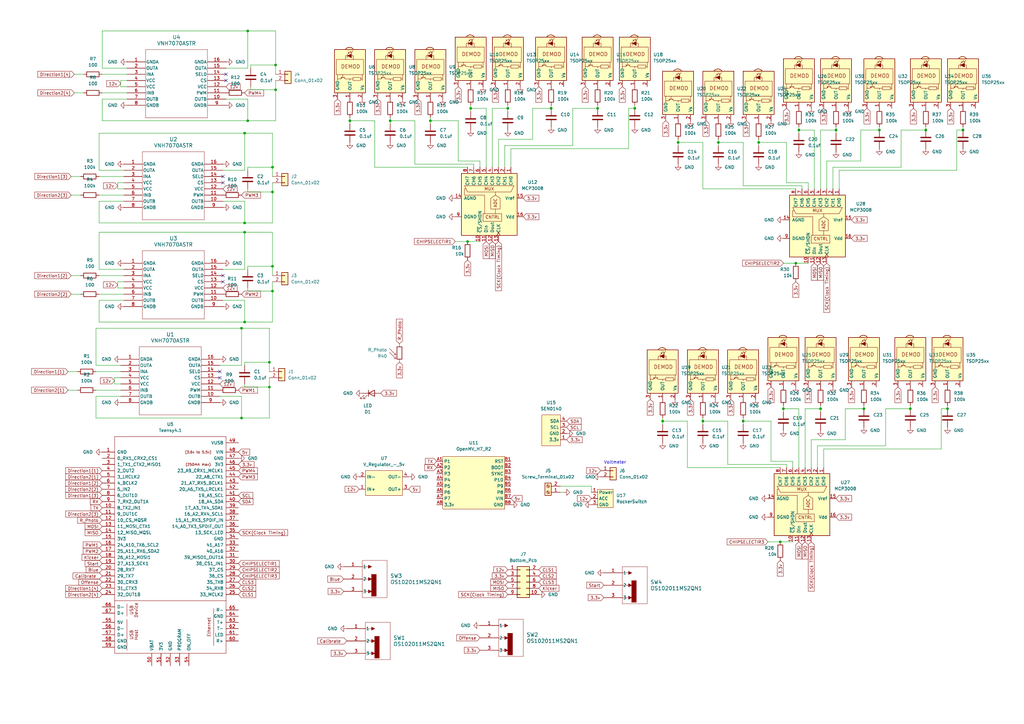
<source format=kicad_sch>
(kicad_sch (version 20231120) (generator "eeschema") (generator_version "8.0")
  (paper "A3")
  (junction (at 160.02 49.53))
  (junction (at 260.35 44.45))
  (junction (at 327.66 53.34))
  (junction (at 176.53 49.53))
  (junction (at 278.13 58.42))
  (junction (at 373.38 167.64))
  (junction (at 193.04 44.45))
  (junction (at 111.76 119.38))
  (junction (at 288.29 172.72))
  (junction (at 388.62 167.64))
  (junction (at 100.33 95.25))
  (junction (at 111.76 68.58))
  (junction (at 311.15 58.42))
  (junction (at 113.03 26.67))
  (junction (at 271.78 172.72))
  (junction (at 143.51 49.53))
  (junction (at 110.49 158.75))
  (junction (at 245.11 44.45))
  (junction (at 304.8 172.72))
  (junction (at 100.33 54.61))
  (junction (at 326.39 107.95))
  (junction (at 99.06 171.45))
  (junction (at 110.49 148.59))
  (junction (at 394.97 53.34))
  (junction (at 113.03 36.83))
  (junction (at 320.04 222.25))
  (junction (at 191.77 99.06))
  (junction (at 294.64 58.42))
  (junction (at 111.76 78.74))
  (junction (at 101.6 49.53))
  (junction (at 208.28 44.45))
  (junction (at 111.76 109.22))
  (junction (at 101.6 12.7))
  (junction (at 321.31 167.64))
  (junction (at 360.68 53.34))
  (junction (at 99.06 134.62))
  (junction (at 100.33 91.44))
  (junction (at 379.73 53.34))
  (junction (at 226.06 44.45))
  (junction (at 342.9 53.34))
  (junction (at 354.33 167.64))
  (junction (at 336.55 167.64))
  (junction (at 100.33 132.08))
  (no_connect (at 92.71 33.02))
  (no_connect (at 90.17 152.4))
  (no_connect (at 92.71 30.48))
  (no_connect (at 91.44 115.57))
  (no_connect (at 91.44 72.39))
  (no_connect (at 91.44 113.03))
  (no_connect (at 90.17 154.94))
  (no_connect (at 91.44 74.93))
  (wire (pts (xy 196.85 66.04) (xy 196.85 68.58)))
  (wire (pts (xy 50.8 77.47) (xy 48.26 77.47)))
  (wire (pts (xy 30.48 38.1) (xy 34.29 38.1)))
  (wire (pts (xy 304.8 172.72) (xy 316.23 172.72)))
  (wire (pts (xy 153.67 68.58) (xy 191.77 68.58)))
  (wire (pts (xy 229.87 201.93) (xy 231.14 201.93)))
  (wire (pts (xy 354.33 166.37) (xy 354.33 167.64)))
  (wire (pts (xy 176.53 48.26) (xy 176.53 49.53)))
  (wire (pts (xy 322.58 58.42) (xy 322.58 74.93)))
  (wire (pts (xy 187.96 66.04) (xy 196.85 66.04)))
  (wire (pts (xy 336.55 53.34) (xy 336.55 77.47)))
  (wire (pts (xy 99.06 134.62) (xy 110.49 134.62)))
  (wire (pts (xy 199.39 44.45) (xy 199.39 68.58)))
  (wire (pts (xy 101.6 68.58) (xy 101.6 69.85)))
  (wire (pts (xy 50.8 115.57) (xy 48.26 115.57)))
  (wire (pts (xy 344.17 69.85) (xy 392.43 69.85)))
  (wire (pts (xy 40.64 80.01) (xy 50.8 80.01)))
  (wire (pts (xy 245.11 44.45) (xy 245.11 43.18)))
  (wire (pts (xy 111.76 54.61) (xy 111.76 68.58)))
  (wire (pts (xy 193.04 44.45) (xy 193.04 45.72)))
  (wire (pts (xy 170.18 49.53) (xy 170.18 67.31)))
  (wire (pts (xy 326.39 107.95) (xy 331.47 107.95)))
  (wire (pts (xy 111.76 109.22) (xy 111.76 113.03)))
  (wire (pts (xy 39.37 152.4) (xy 49.53 152.4)))
  (wire (pts (xy 40.64 132.08) (xy 40.64 123.19)))
  (wire (pts (xy 288.29 58.42) (xy 288.29 77.47)))
  (wire (pts (xy 218.44 57.15) (xy 218.44 44.45)))
  (wire (pts (xy 153.67 49.53) (xy 153.67 68.58)))
  (wire (pts (xy 304.8 58.42) (xy 304.8 76.2)))
  (wire (pts (xy 288.29 77.47) (xy 326.39 77.47)))
  (wire (pts (xy 110.49 148.59) (xy 100.33 148.59)))
  (wire (pts (xy 344.17 77.47) (xy 344.17 69.85)))
  (wire (pts (xy 278.13 57.15) (xy 278.13 58.42)))
  (wire (pts (xy 110.49 171.45) (xy 99.06 171.45)))
  (wire (pts (xy 100.33 123.19) (xy 100.33 132.08)))
  (wire (pts (xy 201.93 44.45) (xy 201.93 68.58)))
  (wire (pts (xy 176.53 49.53) (xy 187.96 49.53)))
  (wire (pts (xy 29.21 80.01) (xy 33.02 80.01)))
  (wire (pts (xy 113.03 36.83) (xy 102.87 36.83)))
  (wire (pts (xy 100.33 110.49) (xy 100.33 95.25)))
  (wire (pts (xy 100.33 69.85) (xy 100.33 54.61)))
  (wire (pts (xy 321.31 167.64) (xy 327.66 167.64)))
  (wire (pts (xy 91.44 69.85) (xy 100.33 69.85)))
  (wire (pts (xy 257.81 60.96) (xy 257.81 44.45)))
  (wire (pts (xy 294.64 57.15) (xy 294.64 58.42)))
  (wire (pts (xy 27.94 160.02) (xy 31.75 160.02)))
  (wire (pts (xy 331.47 74.93) (xy 331.47 77.47)))
  (wire (pts (xy 50.8 74.93) (xy 48.26 74.93)))
  (wire (pts (xy 342.9 53.34) (xy 342.9 54.61)))
  (wire (pts (xy 110.49 154.94) (xy 110.49 158.75)))
  (wire (pts (xy 49.53 33.02) (xy 49.53 35.56)))
  (wire (pts (xy 208.28 43.18) (xy 208.28 44.45)))
  (wire (pts (xy 342.9 53.34) (xy 336.55 53.34)))
  (wire (pts (xy 102.87 26.67) (xy 102.87 27.94)))
  (wire (pts (xy 281.94 172.72) (xy 281.94 191.77)))
  (wire (pts (xy 40.64 120.65) (xy 50.8 120.65)))
  (wire (pts (xy 346.71 167.64) (xy 354.33 167.64)))
  (wire (pts (xy 229.87 199.39) (xy 242.57 199.39)))
  (wire (pts (xy 386.08 167.64) (xy 388.62 167.64)))
  (wire (pts (xy 271.78 172.72) (xy 281.94 172.72)))
  (wire (pts (xy 278.13 58.42) (xy 288.29 58.42)))
  (wire (pts (xy 341.63 68.58) (xy 369.57 68.58)))
  (wire (pts (xy 111.76 115.57) (xy 111.76 119.38)))
  (wire (pts (xy 143.51 49.53) (xy 143.51 50.8)))
  (wire (pts (xy 257.81 44.45) (xy 260.35 44.45)))
  (wire (pts (xy 111.76 95.25) (xy 111.76 109.22)))
  (wire (pts (xy 100.33 91.44) (xy 40.64 91.44)))
  (wire (pts (xy 100.33 132.08) (xy 40.64 132.08)))
  (wire (pts (xy 92.71 27.94) (xy 101.6 27.94)))
  (wire (pts (xy 41.91 49.53) (xy 41.91 40.64)))
  (wire (pts (xy 143.51 49.53) (xy 153.67 49.53)))
  (wire (pts (xy 27.94 152.4) (xy 31.75 152.4)))
  (wire (pts (xy 111.76 74.93) (xy 111.76 78.74)))
  (wire (pts (xy 394.97 52.07) (xy 394.97 53.34)))
  (wire (pts (xy 327.66 53.34) (xy 327.66 54.61)))
  (wire (pts (xy 327.66 52.07) (xy 327.66 53.34)))
  (wire (pts (xy 100.33 82.55) (xy 100.33 91.44)))
  (wire (pts (xy 92.71 40.64) (xy 101.6 40.64)))
  (wire (pts (xy 113.03 12.7) (xy 113.03 26.67)))
  (wire (pts (xy 110.49 134.62) (xy 110.49 148.59)))
  (wire (pts (xy 113.03 49.53) (xy 101.6 49.53)))
  (wire (pts (xy 49.53 154.94) (xy 46.99 154.94)))
  (wire (pts (xy 311.15 57.15) (xy 311.15 58.42)))
  (wire (pts (xy 278.13 58.42) (xy 278.13 59.69)))
  (wire (pts (xy 288.29 172.72) (xy 298.45 172.72)))
  (wire (pts (xy 191.77 99.06) (xy 196.85 99.06)))
  (wire (pts (xy 335.28 182.88) (xy 363.22 182.88)))
  (wire (pts (xy 186.69 99.06) (xy 191.77 99.06)))
  (wire (pts (xy 208.28 44.45) (xy 208.28 45.72)))
  (wire (pts (xy 50.8 69.85) (xy 40.64 69.85)))
  (wire (pts (xy 281.94 191.77) (xy 320.04 191.77)))
  (wire (pts (xy 40.64 95.25) (xy 100.33 95.25)))
  (wire (pts (xy 298.45 172.72) (xy 298.45 190.5)))
  (wire (pts (xy 40.64 113.03) (xy 50.8 113.03)))
  (wire (pts (xy 311.15 58.42) (xy 311.15 59.69)))
  (wire (pts (xy 328.93 76.2) (xy 328.93 77.47)))
  (wire (pts (xy 50.8 110.49) (xy 40.64 110.49)))
  (wire (pts (xy 52.07 33.02) (xy 49.53 33.02)))
  (wire (pts (xy 41.91 12.7) (xy 41.91 27.94)))
  (wire (pts (xy 91.44 82.55) (xy 100.33 82.55)))
  (wire (pts (xy 363.22 182.88) (xy 363.22 167.64)))
  (wire (pts (xy 260.35 43.18) (xy 260.35 44.45)))
  (wire (pts (xy 392.43 69.85) (xy 392.43 53.34)))
  (wire (pts (xy 304.8 171.45) (xy 304.8 172.72)))
  (wire (pts (xy 110.49 158.75) (xy 110.49 171.45)))
  (wire (pts (xy 320.04 222.25) (xy 325.12 222.25)))
  (wire (pts (xy 40.64 95.25) (xy 40.64 110.49)))
  (wire (pts (xy 218.44 44.45) (xy 226.06 44.45)))
  (wire (pts (xy 111.76 78.74) (xy 111.76 91.44)))
  (wire (pts (xy 99.06 162.56) (xy 99.06 171.45)))
  (wire (pts (xy 101.6 109.22) (xy 101.6 110.49)))
  (wire (pts (xy 321.31 167.64) (xy 321.31 168.91)))
  (wire (pts (xy 332.74 191.77) (xy 332.74 180.34)))
  (wire (pts (xy 335.28 191.77) (xy 335.28 182.88)))
  (wire (pts (xy 101.6 49.53) (xy 41.91 49.53)))
  (wire (pts (xy 113.03 33.02) (xy 113.03 36.83)))
  (wire (pts (xy 111.76 132.08) (xy 100.33 132.08)))
  (wire (pts (xy 40.64 54.61) (xy 40.64 69.85)))
  (wire (pts (xy 110.49 158.75) (xy 100.33 158.75)))
  (wire (pts (xy 39.37 160.02) (xy 49.53 160.02)))
  (wire (pts (xy 41.91 30.48) (xy 52.07 30.48)))
  (wire (pts (xy 321.31 166.37) (xy 321.31 167.64)))
  (wire (pts (xy 100.33 54.61) (xy 111.76 54.61)))
  (wire (pts (xy 294.64 58.42) (xy 304.8 58.42)))
  (wire (pts (xy 294.64 58.42) (xy 294.64 59.69)))
  (wire (pts (xy 39.37 171.45) (xy 39.37 162.56)))
  (wire (pts (xy 29.21 120.65) (xy 33.02 120.65)))
  (wire (pts (xy 111.76 68.58) (xy 101.6 68.58)))
  (wire (pts (xy 330.2 167.64) (xy 330.2 191.77)))
  (wire (pts (xy 40.64 72.39) (xy 50.8 72.39)))
  (wire (pts (xy 234.95 44.45) (xy 245.11 44.45)))
  (wire (pts (xy 316.23 172.72) (xy 316.23 189.23)))
  (wire (pts (xy 187.96 49.53) (xy 187.96 66.04)))
  (wire (pts (xy 111.76 119.38) (xy 101.6 119.38)))
  (wire (pts (xy 304.8 76.2) (xy 328.93 76.2)))
  (wire (pts (xy 101.6 119.38) (xy 101.6 118.11)))
  (wire (pts (xy 209.55 68.58) (xy 209.55 60.96)))
  (wire (pts (xy 379.73 53.34) (xy 379.73 52.07)))
  (wire (pts (xy 288.29 171.45) (xy 288.29 172.72)))
  (wire (pts (xy 100.33 158.75) (xy 100.33 157.48)))
  (wire (pts (xy 110.49 148.59) (xy 110.49 152.4)))
  (wire (pts (xy 29.21 113.03) (xy 33.02 113.03)))
  (wire (pts (xy 40.64 123.19) (xy 50.8 123.19)))
  (wire (pts (xy 91.44 123.19) (xy 100.33 123.19)))
  (wire (pts (xy 90.17 162.56) (xy 99.06 162.56)))
  (wire (pts (xy 49.53 149.86) (xy 39.37 149.86)))
  (wire (pts (xy 41.91 12.7) (xy 101.6 12.7)))
  (wire (pts (xy 176.53 49.53) (xy 176.53 50.8)))
  (wire (pts (xy 193.04 43.18) (xy 193.04 44.45)))
  (wire (pts (xy 388.62 166.37) (xy 388.62 167.64)))
  (wire (pts (xy 336.55 167.64) (xy 330.2 167.64)))
  (wire (pts (xy 392.43 53.34) (xy 394.97 53.34)))
  (wire (pts (xy 288.29 172.72) (xy 288.29 173.99)))
  (wire (pts (xy 113.03 26.67) (xy 102.87 26.67)))
  (wire (pts (xy 101.6 40.64) (xy 101.6 49.53)))
  (wire (pts (xy 204.47 57.15) (xy 218.44 57.15)))
  (wire (pts (xy 322.58 74.93) (xy 331.47 74.93)))
  (wire (pts (xy 101.6 27.94) (xy 101.6 12.7)))
  (wire (pts (xy 90.17 149.86) (xy 99.06 149.86)))
  (wire (pts (xy 29.21 72.39) (xy 33.02 72.39)))
  (wire (pts (xy 40.64 54.61) (xy 100.33 54.61)))
  (wire (pts (xy 346.71 180.34) (xy 346.71 167.64)))
  (wire (pts (xy 325.12 189.23) (xy 325.12 191.77)))
  (wire (pts (xy 207.01 59.69) (xy 234.95 59.69)))
  (wire (pts (xy 327.66 53.34) (xy 334.01 53.34)))
  (wire (pts (xy 100.33 148.59) (xy 100.33 149.86)))
  (wire (pts (xy 40.64 82.55) (xy 50.8 82.55)))
  (wire (pts (xy 193.04 44.45) (xy 199.39 44.45)))
  (wire (pts (xy 360.68 52.07) (xy 360.68 53.34)))
  (wire (pts (xy 39.37 134.62) (xy 99.06 134.62)))
  (wire (pts (xy 322.58 190.5) (xy 322.58 191.77)))
  (wire (pts (xy 226.06 43.18) (xy 226.06 44.45)))
  (wire (pts (xy 99.06 171.45) (xy 39.37 171.45)))
  (wire (pts (xy 353.06 66.04) (xy 353.06 53.34)))
  (wire (pts (xy 52.07 35.56) (xy 49.53 35.56)))
  (wire (pts (xy 111.76 78.74) (xy 101.6 78.74)))
  (wire (pts (xy 101.6 78.74) (xy 101.6 77.47)))
  (wire (pts (xy 41.91 38.1) (xy 52.07 38.1)))
  (wire (pts (xy 339.09 77.47) (xy 339.09 66.04)))
  (wire (pts (xy 204.47 68.58) (xy 204.47 57.15)))
  (wire (pts (xy 194.31 67.31) (xy 194.31 68.58)))
  (wire (pts (xy 208.28 44.45) (xy 201.93 44.45)))
  (wire (pts (xy 386.08 184.15) (xy 386.08 167.64)))
  (wire (pts (xy 30.48 30.48) (xy 34.29 30.48)))
  (wire (pts (xy 336.55 166.37) (xy 336.55 167.64)))
  (wire (pts (xy 111.76 91.44) (xy 100.33 91.44)))
  (wire (pts (xy 100.33 95.25) (xy 111.76 95.25)))
  (wire (pts (xy 304.8 172.72) (xy 304.8 173.99)))
  (wire (pts (xy 111.76 68.58) (xy 111.76 72.39)))
  (wire (pts (xy 334.01 53.34) (xy 334.01 77.47)))
  (wire (pts (xy 321.31 107.95) (xy 326.39 107.95)))
  (wire (pts (xy 41.91 40.64) (xy 52.07 40.64)))
  (wire (pts (xy 160.02 49.53) (xy 170.18 49.53)))
  (wire (pts (xy 314.96 222.25) (xy 320.04 222.25)))
  (wire (pts (xy 160.02 49.53) (xy 160.02 50.8)))
  (wire (pts (xy 234.95 59.69) (xy 234.95 44.45)))
  (wire (pts (xy 242.57 199.39) (xy 242.57 201.93)))
  (wire (pts (xy 209.55 60.96) (xy 257.81 60.96)))
  (wire (pts (xy 99.06 149.86) (xy 99.06 134.62)))
  (wire (pts (xy 102.87 36.83) (xy 102.87 35.56)))
  (wire (pts (xy 311.15 58.42) (xy 322.58 58.42)))
  (wire (pts (xy 91.44 110.49) (xy 100.33 110.49)))
  (wire (pts (xy 373.38 167.64) (xy 373.38 166.37)))
  (wire (pts (xy 271.78 172.72) (xy 271.78 173.99)))
  (wire (pts (xy 40.64 91.44) (xy 40.64 82.55)))
  (wire (pts (xy 52.07 27.94) (xy 41.91 27.94)))
  (wire (pts (xy 48.26 74.93) (xy 48.26 77.47)))
  (wire (pts (xy 363.22 167.64) (xy 373.38 167.64)))
  (wire (pts (xy 327.66 167.64) (xy 327.66 191.77)))
  (wire (pts (xy 316.23 189.23) (xy 325.12 189.23)))
  (wire (pts (xy 143.51 48.26) (xy 143.51 49.53)))
  (wire (pts (xy 50.8 118.11) (xy 48.26 118.11)))
  (wire (pts (xy 298.45 190.5) (xy 322.58 190.5)))
  (wire (pts (xy 332.74 180.34) (xy 346.71 180.34)))
  (wire (pts (xy 337.82 191.77) (xy 337.82 184.15)))
  (wire (pts (xy 336.55 167.64) (xy 336.55 168.91)))
  (wire (pts (xy 46.99 154.94) (xy 46.99 157.48)))
  (wire (pts (xy 113.03 36.83) (xy 113.03 49.53)))
  (wire (pts (xy 48.26 115.57) (xy 48.26 118.11)))
  (wire (pts (xy 113.03 26.67) (xy 113.03 30.48)))
  (wire (pts (xy 111.76 119.38) (xy 111.76 132.08)))
  (wire (pts (xy 170.18 67.31) (xy 194.31 67.31)))
  (wire (pts (xy 341.63 77.47) (xy 341.63 68.58)))
  (wire (pts (xy 160.02 48.26) (xy 160.02 49.53)))
  (wire (pts (xy 369.57 68.58) (xy 369.57 53.34)))
  (wire (pts (xy 271.78 171.45) (xy 271.78 172.72)))
  (wire (pts (xy 339.09 66.04) (xy 353.06 66.04)))
  (wire (pts (xy 369.57 53.34) (xy 379.73 53.34)))
  (wire (pts (xy 49.53 157.48) (xy 46.99 157.48)))
  (wire (pts (xy 101.6 12.7) (xy 113.03 12.7)))
  (wire (pts (xy 111.76 109.22) (xy 101.6 109.22)))
  (wire (pts (xy 39.37 162.56) (xy 49.53 162.56)))
  (wire (pts (xy 342.9 52.07) (xy 342.9 53.34)))
  (wire (pts (xy 337.82 184.15) (xy 386.08 184.15)))
  (wire (pts (xy 207.01 68.58) (xy 207.01 59.69)))
  (wire (pts (xy 353.06 53.34) (xy 360.68 53.34)))
  (wire (pts (xy 39.37 134.62) (xy 39.37 149.86)))
  (text "Voltmeter\n" (at 247.65 190.5 0) (effects (font (size 1.27 1.27)) (justify left bottom)))
  (global_label "12v" (shape input) (at 92.71 35.56 0) (property "Intersheetrefs" "${INTERSHEET_REFS}" (effects (hide yes))))
  (global_label "3.3v" (shape input) (at 322.58 44.45 270) (property "Intersheetrefs" "${INTERSHEET_REFS}" (effects (hide yes))))
  (global_label "3.3v" (shape input) (at 316.23 158.75 270) (property "Intersheetrefs" "${INTERSHEET_REFS}" (effects (hide yes))))
  (global_label "12v" (shape input) (at 91.44 118.11 0) (property "Intersheetrefs" "${INTERSHEET_REFS}" (effects (hide yes))))
  (global_label "3.3v" (shape input) (at 368.3 158.75 270) (property "Intersheetrefs" "${INTERSHEET_REFS}" (effects (hide yes))))
  (global_label "3.3v" (shape input) (at 331.47 158.75 270) (property "Intersheetrefs" "${INTERSHEET_REFS}" (effects (hide yes))))
  (global_label "PWM4" (shape input) (at 97.79 193.04 0) (property "Intersheetrefs" "${INTERSHEET_REFS}" (effects (hide yes))))
  (global_label "SDA" (shape input) (at 232.41 172.72 0) (property "Intersheetrefs" "${INTERSHEET_REFS}" (effects (hide yes))))
  (global_label "3.3v" (shape input) (at 326.39 115.57 270) (property "Intersheetrefs" "${INTERSHEET_REFS}" (effects (hide yes))))
  (global_label "3.3v" (shape input) (at 255.27 35.56 270) (property "Intersheetrefs" "${INTERSHEET_REFS}" (effects (hide yes))))
  (global_label "3.3v" (shape input) (at 289.56 49.53 270) (property "Intersheetrefs" "${INTERSHEET_REFS}" (effects (hide yes))))
  (global_label "MOSI" (shape input) (at 327.66 222.25 270) (property "Intersheetrefs" "${INTERSHEET_REFS}" (effects (hide yes))))
  (global_label "3.3v" (shape input) (at 208.28 236.22 180) (property "Intersheetrefs" "${INTERSHEET_REFS}" (effects (hide yes))))
  (global_label "MOSI" (shape input) (at 334.01 107.95 270) (property "Intersheetrefs" "${INTERSHEET_REFS}" (effects (hide yes))))
  (global_label "CLS2" (shape input) (at 97.79 241.3 0) (property "Intersheetrefs" "${INTERSHEET_REFS}" (effects (hide yes))))
  (global_label "CLS3" (shape input) (at 97.79 238.76 0) (property "Intersheetrefs" "${INTERSHEET_REFS}" (effects (hide yes))))
  (global_label "Start" (shape input) (at 247.65 240.03 180) (property "Intersheetrefs" "${INTERSHEET_REFS}" (effects (hide yes))))
  (global_label "3.3v" (shape input) (at 187.96 35.56 270) (property "Intersheetrefs" "${INTERSHEET_REFS}" (effects (hide yes))))
  (global_label "3.3v" (shape input) (at 191.77 106.68 270) (property "Intersheetrefs" "${INTERSHEET_REFS}" (effects (hide yes))))
  (global_label "Direction1(3)" (shape input) (at 29.21 72.39 180) (property "Intersheetrefs" "${INTERSHEET_REFS}" (effects (hide yes))))
  (global_label "3.3v" (shape input) (at 171.45 40.64 270) (property "Intersheetrefs" "${INTERSHEET_REFS}" (effects (hide yes))))
  (global_label "PWM2" (shape input) (at 41.91 226.06 180) (property "Intersheetrefs" "${INTERSHEET_REFS}" (effects (hide yes))))
  (global_label "SCL" (shape input) (at 97.79 203.2 0) (property "Intersheetrefs" "${INTERSHEET_REFS}" (effects (hide yes))))
  (global_label "3.3v" (shape input) (at 337.82 44.45 270) (property "Intersheetrefs" "${INTERSHEET_REFS}" (effects (hide yes))))
  (global_label "MISO" (shape input) (at 208.28 241.3 180) (property "Intersheetrefs" "${INTERSHEET_REFS}" (effects (hide yes))))
  (global_label "12v" (shape input) (at 208.28 233.68 180) (property "Intersheetrefs" "${INTERSHEET_REFS}" (effects (hide yes))))
  (global_label "SDA" (shape input) (at 97.79 205.74 0) (property "Intersheetrefs" "${INTERSHEET_REFS}" (effects (hide yes))))
  (global_label "Direction2(3)" (shape input) (at 41.91 210.82 180) (property "Intersheetrefs" "${INTERSHEET_REFS}" (effects (hide yes))))
  (global_label "3.3v" (shape input) (at 355.6 44.45 270) (property "Intersheetrefs" "${INTERSHEET_REFS}" (effects (hide yes))))
  (global_label "MISO" (shape input) (at 330.2 222.25 270) (property "Intersheetrefs" "${INTERSHEET_REFS}" (effects (hide yes))))
  (global_label "3.3v" (shape input) (at 247.65 245.11 180) (property "Intersheetrefs" "${INTERSHEET_REFS}" (effects (hide yes))))
  (global_label "MISO" (shape input) (at 201.93 99.06 270) (property "Intersheetrefs" "${INTERSHEET_REFS}" (effects (hide yes))))
  (global_label "3.3v" (shape input) (at 156.21 161.29 0) (property "Intersheetrefs" "${INTERSHEET_REFS}" (effects (hide yes))))
  (global_label "3.3v" (shape input) (at 138.43 40.64 270) (property "Intersheetrefs" "${INTERSHEET_REFS}" (effects (hide yes))))
  (global_label "Direction1(1)" (shape input) (at 41.91 193.04 180) (property "Intersheetrefs" "${INTERSHEET_REFS}" (effects (hide yes))))
  (global_label "12v" (shape input) (at 49.53 34.29 180) (property "Intersheetrefs" "${INTERSHEET_REFS}" (effects (hide yes))))
  (global_label "Blue" (shape input) (at 41.91 233.68 180) (property "Intersheetrefs" "${INTERSHEET_REFS}" (effects (hide yes))))
  (global_label "Kicker" (shape input) (at 220.98 241.3 0) (property "Intersheetrefs" "${INTERSHEET_REFS}" (effects (hide yes))))
  (global_label "SCL" (shape input) (at 232.41 175.26 0) (property "Intersheetrefs" "${INTERSHEET_REFS}" (effects (hide yes))))
  (global_label "PWM4" (shape input) (at 100.33 38.1 0) (property "Intersheetrefs" "${INTERSHEET_REFS}" (effects (hide yes))))
  (global_label "3.3v" (shape input) (at 299.72 163.83 270) (property "Intersheetrefs" "${INTERSHEET_REFS}" (effects (hide yes))))
  (global_label "3.3v" (shape input) (at 214.63 88.9 0) (property "Intersheetrefs" "${INTERSHEET_REFS}" (effects (hide yes))))
  (global_label "12v" (shape input) (at 246.38 193.04 180) (property "Intersheetrefs" "${INTERSHEET_REFS}" (effects (hide yes))))
  (global_label "CLS1" (shape input) (at 220.98 233.68 0) (property "Intersheetrefs" "${INTERSHEET_REFS}" (effects (hide yes))))
  (global_label "PWM3" (shape input) (at 97.79 195.58 0) (property "Intersheetrefs" "${INTERSHEET_REFS}" (effects (hide yes))))
  (global_label "3.3v" (shape input) (at 349.25 90.17 0) (property "Intersheetrefs" "${INTERSHEET_REFS}" (effects (hide yes))))
  (global_label "3.3v" (shape input) (at 342.9 204.47 0) (property "Intersheetrefs" "${INTERSHEET_REFS}" (effects (hide yes))))
  (global_label "SCK(Clock Timing)" (shape input) (at 208.28 243.84 180) (property "Intersheetrefs" "${INTERSHEET_REFS}" (effects (hide yes))))
  (global_label "3.3v" (shape input) (at 383.54 158.75 270) (property "Intersheetrefs" "${INTERSHEET_REFS}" (effects (hide yes))))
  (global_label "CHIPSELECTIR2" (shape input) (at 97.79 233.68 0) (property "Intersheetrefs" "${INTERSHEET_REFS}" (effects (hide yes))))
  (global_label "12v" (shape input) (at 147.32 200.66 180) (property "Intersheetrefs" "${INTERSHEET_REFS}" (effects (hide yes))))
  (global_label "3.3v" (shape input) (at 283.21 163.83 270) (property "Intersheetrefs" "${INTERSHEET_REFS}" (effects (hide yes))))
  (global_label "3.3v" (shape input) (at 203.2 35.56 270) (property "Intersheetrefs" "${INTERSHEET_REFS}" (effects (hide yes))))
  (global_label "CHIPSELECTIR3" (shape input) (at 97.79 236.22 0) (property "Intersheetrefs" "${INTERSHEET_REFS}" (effects (hide yes))))
  (global_label "TX" (shape input) (at 41.91 208.28 180) (property "Intersheetrefs" "${INTERSHEET_REFS}" (effects (hide yes))))
  (global_label "3.3v" (shape input) (at 349.25 97.79 0) (property "Intersheetrefs" "${INTERSHEET_REFS}" (effects (hide yes))))
  (global_label "PWM3" (shape input) (at 99.06 80.01 0) (property "Intersheetrefs" "${INTERSHEET_REFS}" (effects (hide yes))))
  (global_label "PWM2" (shape input) (at 99.06 120.65 0) (property "Intersheetrefs" "${INTERSHEET_REFS}" (effects (hide yes))))
  (global_label "MISO" (shape input) (at 41.91 218.44 180) (property "Intersheetrefs" "${INTERSHEET_REFS}" (effects (hide yes))))
  (global_label "Start" (shape input) (at 41.91 231.14 180) (property "Intersheetrefs" "${INTERSHEET_REFS}" (effects (hide yes))))
  (global_label "3.3v" (shape input) (at 142.24 267.97 180) (property "Intersheetrefs" "${INTERSHEET_REFS}" (effects (hide yes))))
  (global_label "PWM1" (shape input) (at 97.79 160.02 0) (property "Intersheetrefs" "${INTERSHEET_REFS}" (effects (hide yes))))
  (global_label "Blue" (shape input) (at 140.97 237.49 180) (property "Intersheetrefs" "${INTERSHEET_REFS}" (effects (hide yes))))
  (global_label "CHIPSELECTIR2" (shape input) (at 321.31 107.95 180) (property "Intersheetrefs" "${INTERSHEET_REFS}" (effects (hide yes))))
  (global_label "3.3v" (shape input) (at 196.85 266.7 180) (property "Intersheetrefs" "${INTERSHEET_REFS}" (effects (hide yes))))
  (global_label "CHIPSELECTIR1" (shape input) (at 186.69 99.06 180) (property "Intersheetrefs" "${INTERSHEET_REFS}" (effects (hide yes))))
  (global_label "12v" (shape input) (at 91.44 77.47 0) (property "Intersheetrefs" "${INTERSHEET_REFS}" (effects (hide yes))))
  (global_label "CHIPSELECTIR3" (shape input) (at 314.96 222.25 180) (property "Intersheetrefs" "${INTERSHEET_REFS}" (effects (hide yes))))
  (global_label "3.3v" (shape input) (at 320.04 229.87 270) (property "Intersheetrefs" "${INTERSHEET_REFS}" (effects (hide yes))))
  (global_label "3.3v" (shape input) (at 220.98 35.56 270) (property "Intersheetrefs" "${INTERSHEET_REFS}" (effects (hide yes))))
  (global_label "3.3v" (shape input) (at 154.94 40.64 270) (property "Intersheetrefs" "${INTERSHEET_REFS}" (effects (hide yes))))
  (global_label "3.3v" (shape input) (at 163.83 148.59 270) (property "Intersheetrefs" "${INTERSHEET_REFS}" (effects (hide yes))))
  (global_label "Direction2(1)" (shape input) (at 27.94 160.02 180) (property "Intersheetrefs" "${INTERSHEET_REFS}" (effects (hide yes))))
  (global_label "Kicker" (shape input) (at 41.91 228.6 180) (property "Intersheetrefs" "${INTERSHEET_REFS}" (effects (hide yes))))
  (global_label "12v" (shape input) (at 48.26 76.2 180) (property "Intersheetrefs" "${INTERSHEET_REFS}" (effects (hide yes))))
  (global_label "3.3v" (shape input) (at 232.41 180.34 0) (property "Intersheetrefs" "${INTERSHEET_REFS}" (effects (hide yes))))
  (global_label "MISO" (shape input) (at 336.55 107.95 270) (property "Intersheetrefs" "${INTERSHEET_REFS}" (effects (hide yes))))
  (global_label "Calibrate " (shape input) (at 41.91 236.22 180) (property "Intersheetrefs" "${INTERSHEET_REFS}" (effects (hide yes))))
  (global_label "SCK(Clock Timing)" (shape input) (at 332.74 222.25 270) (property "Intersheetrefs" "${INTERSHEET_REFS}" (effects (hide yes))))
  (global_label "12v" (shape input) (at 46.99 156.21 180) (property "Intersheetrefs" "${INTERSHEET_REFS}" (effects (hide yes))))
  (global_label "Offense" (shape input) (at 196.85 261.62 180) (property "Intersheetrefs" "${INTERSHEET_REFS}" (effects (hide yes))))
  (global_label "5v" (shape input) (at 209.55 204.47 0) (property "Intersheetrefs" "${INTERSHEET_REFS}" (effects (hide yes))))
  (global_label "Direction1(1)" (shape input) (at 27.94 152.4 180) (property "Intersheetrefs" "${INTERSHEET_REFS}" (effects (hide yes))))
  (global_label "RX" (shape input) (at 41.91 205.74 180) (property "Intersheetrefs" "${INTERSHEET_REFS}" (effects (hide yes))))
  (global_label "12v" (shape input) (at 242.57 204.47 180) (property "Intersheetrefs" "${INTERSHEET_REFS}" (effects (hide yes))))
  (global_label "SCK(Clock Timing)" (shape input) (at 339.09 107.95 270) (property "Intersheetrefs" "${INTERSHEET_REFS}" (effects (hide yes))))
  (global_label "Direction1(2)" (shape input) (at 29.21 113.03 180) (property "Intersheetrefs" "${INTERSHEET_REFS}" (effects (hide yes))))
  (global_label "TX" (shape input) (at 179.07 189.23 180) (property "Intersheetrefs" "${INTERSHEET_REFS}" (effects (hide yes))))
  (global_label "3.3v" (shape input) (at 306.07 49.53 270) (property "Intersheetrefs" "${INTERSHEET_REFS}" (effects (hide yes))))
  (global_label "12v" (shape input) (at 48.26 116.84 180) (property "Intersheetrefs" "${INTERSHEET_REFS}" (effects (hide yes))))
  (global_label "SCK(Clock Timing)" (shape input) (at 97.79 218.44 0) (property "Intersheetrefs" "${INTERSHEET_REFS}" (effects (hide yes))))
  (global_label "3.3v" (shape input) (at 273.05 49.53 270) (property "Intersheetrefs" "${INTERSHEET_REFS}" (effects (hide yes))))
  (global_label "MOSI" (shape input) (at 41.91 215.9 180) (property "Intersheetrefs" "${INTERSHEET_REFS}" (effects (hide yes))))
  (global_label "CLS1" (shape input) (at 97.79 243.84 0) (property "Intersheetrefs" "${INTERSHEET_REFS}" (effects (hide yes))))
  (global_label "Direction1(4)" (shape input) (at 41.91 241.3 180) (property "Intersheetrefs" "${INTERSHEET_REFS}" (effects (hide yes))))
  (global_label "5v" (shape input) (at 167.64 200.66 0) (property "Intersheetrefs" "${INTERSHEET_REFS}" (effects (hide yes))))
  (global_label "3.3v" (shape input) (at 389.89 44.45 270) (property "Intersheetrefs" "${INTERSHEET_REFS}" (effects (hide yes))))
  (global_label "Direction1(4)" (shape input) (at 30.48 30.48 180) (property "Intersheetrefs" "${INTERSHEET_REFS}" (effects (hide yes))))
  (global_label "CHIPSELECTIR1" (shape input) (at 97.79 231.14 0) (property "Intersheetrefs" "${INTERSHEET_REFS}" (effects (hide yes))))
  (global_label "Direction2(2)" (shape input) (at 29.21 120.65 180) (property "Intersheetrefs" "${INTERSHEET_REFS}" (effects (hide yes))))
  (global_label "MOSI" (shape input) (at 199.39 99.06 270) (property "Intersheetrefs" "${INTERSHEET_REFS}" (effects (hide yes))))
  (global_label "SCK(Clock Timing)" (shape input) (at 204.47 99.06 270) (property "Intersheetrefs" "${INTERSHEET_REFS}" (effects (hide yes))))
  (global_label "MOSI" (shape input) (at 208.28 238.76 180) (property "Intersheetrefs" "${INTERSHEET_REFS}" (effects (hide yes))))
  (global_label "Direction1(2)" (shape input) (at 41.91 198.12 180) (property "Intersheetrefs" "${INTERSHEET_REFS}" (effects (hide yes))))
  (global_label "3.3v" (shape input) (at 97.79 190.5 0) (property "Intersheetrefs" "${INTERSHEET_REFS}" (effects (hide yes))))
  (global_label "3.3v" (shape input) (at 214.63 81.28 0) (property "Intersheetrefs" "${INTERSHEET_REFS}" (effects (hide yes))))
  (global_label "5v" (shape input) (at 97.79 185.42 0) (property "Intersheetrefs" "${INTERSHEET_REFS}" (effects (hide yes))))
  (global_label "Offense" (shape input) (at 41.91 238.76 180) (property "Intersheetrefs" "${INTERSHEET_REFS}" (effects (hide yes))))
  (global_label "3.3v" (shape input) (at 349.25 158.75 270) (property "Intersheetrefs" "${INTERSHEET_REFS}" (effects (hide yes))))
  (global_label "Direction2(4)" (shape input) (at 30.48 38.1 180) (property "Intersheetrefs" "${INTERSHEET_REFS}" (effects (hide yes))))
  (global_label "3.3v" (shape input) (at 240.03 35.56 270) (property "Intersheetrefs" "${INTERSHEET_REFS}" (effects (hide yes))))
  (global_label "Direction1(3)" (shape input) (at 41.91 203.2 180) (property "Intersheetrefs" "${INTERSHEET_REFS}" (effects (hide yes))))
  (global_label "3.3v" (shape input) (at 140.97 242.57 180) (property "Intersheetrefs" "${INTERSHEET_REFS}" (effects (hide yes))))
  (global_label "3.3v" (shape input) (at 342.9 212.09 0) (property "Intersheetrefs" "${INTERSHEET_REFS}" (effects (hide yes))))
  (global_label "R_Photo" (shape input) (at 163.83 140.97 90) (property "Intersheetrefs" "${INTERSHEET_REFS}" (effects (hide yes))))
  (global_label "Calibrate " (shape input) (at 142.24 262.89 180) (property "Intersheetrefs" "${INTERSHEET_REFS}" (effects (hide yes))))
  (global_label "CLS3" (shape input) (at 220.98 238.76 0) (property "Intersheetrefs" "${INTERSHEET_REFS}" (effects (hide yes))))
  (global_label "3.3v" (shape input) (at 374.65 44.45 270) (property "Intersheetrefs" "${INTERSHEET_REFS}" (effects (hide yes))))
  (global_label "RX" (shape input) (at 179.07 191.77 180) (property "Intersheetrefs" "${INTERSHEET_REFS}" (effects (hide yes))))
  (global_label "Direction2(3)" (shape input) (at 29.21 80.01 180) (property "Intersheetrefs" "${INTERSHEET_REFS}" (effects (hide yes))))
  (global_label "Direction2(4)" (shape input) (at 41.91 243.84 180) (property "Intersheetrefs" "${INTERSHEET_REFS}" (effects (hide yes))))
  (global_label "3.3v" (shape input) (at 266.7 163.83 270) (property "Intersheetrefs" "${INTERSHEET_REFS}" (effects (hide yes))))
  (global_label "12v" (shape input) (at 90.17 157.48 0) (property "Intersheetrefs" "${INTERSHEET_REFS}" (effects (hide yes))))
  (global_label "R_Photo" (shape input) (at 41.91 213.36 180) (property "Intersheetrefs" "${INTERSHEET_REFS}" (effects (hide yes))))
  (global_label "CLS2" (shape input) (at 220.98 236.22 0) (property "Intersheetrefs" "${INTERSHEET_REFS}" (effects (hide yes))))
  (global_label "Direction2(1)" (shape input) (at 41.91 195.58 180) (property "Intersheetrefs" "${INTERSHEET_REFS}" (effects (hide yes))))
  (global_label "PWM1" (shape input) (at 41.91 223.52 180) (property "Intersheetrefs" "${INTERSHEET_REFS}" (effects (hide yes))))
  (global_label "Direction2(2)" (shape input) (at 41.91 200.66 180) (property "Intersheetrefs" "${INTERSHEET_REFS}" (effects (hide yes))))
  (symbol (lib_id "Interface_Optical:TSOP25xx") (at 373.38 148.59 270) (unit 1)
    (property "Reference" "U33" (at 381 145.5849 90) (effects (justify left)))
    (property "Value" "TSOP25xx" (at 381 148.1249 90) (effects (justify left)))
    (property "Footprint" "ir sensor:TO_SP4038_VIS" (effects (hide yes)))
    (property "Datasheet" "http://www.vishay.com/docs/82460/tsop45.pdf" (effects (hide yes)))
  )
  (symbol (lib_id "power:GND") (at 147.32 195.58 270) (unit 1)
    (property "Reference" "#PWR020" (effects (hide yes)))
    (property "Value" "GND" (at 139.7 195.58 90) (effects (justify left)))
  )
  (symbol (lib_id "Interface_Optical:TSOP25xx") (at 394.97 34.29 270) (unit 1)
    (property "Reference" "U36" (at 402.59 31.2849 90) (effects (justify left)))
    (property "Value" "TSOP25xx" (at 402.59 33.8249 90) (effects (justify left)))
    (property "Footprint" "ir sensor:TO_SP4038_VIS" (effects (hide yes)))
    (property "Datasheet" "http://www.vishay.com/docs/82460/tsop45.pdf" (effects (hide yes)))
  )
  (symbol (lib_id "Device:C") (at 354.33 171.45 0) (unit 1)
    (property "Reference" "C23" (at 358.14 170.1799 0) (effects (justify left)))
    (property "Value" "0.1uf" (effects (hide yes)))
    (property "Footprint" "Capacitor_SMD:C_0603_1608Metric_Pad1.08x0.95mm_HandSolder" (effects (hide yes)))
  )
  (symbol (lib_id "Device:R") (at 38.1 30.48 90) (unit 1)
    (property "Reference" "R7" (at 38.1 24.13 90))
    (property "Value" "100" (at 38.1 26.67 90))
    (property "Footprint" "Resistor_SMD:R_0805_2012Metric_Pad1.20x1.40mm_HandSolder" (effects (hide yes)))
    (property "Description" "Resistor" (effects (hide yes)))
  )
  (symbol (lib_id "Device:LED") (at 152.4 161.29 0) (unit 1)
    (property "Reference" "D1" (at 150.8125 168.91 0))
    (property "Value" "LED" (at 150.8125 166.37 0))
    (property "Footprint" "LED_THT:LED_D1.8mm_W1.8mm_H2.4mm_Horizontal_O1.27mm_Z1.6mm" (effects (hide yes)))
  )
  (symbol (lib_id "Device:C") (at 304.8 177.8 0) (unit 1)
    (property "Reference" "C17" (at 308.61 176.5299 0) (effects (justify left)))
    (property "Value" "0.1uf" (at 308.61 179.0699 0) (effects (justify left)))
    (property "Footprint" "Capacitor_SMD:C_0603_1608Metric_Pad1.08x0.95mm_HandSolder" (effects (hide yes)))
  )
  (symbol (lib_id "2024-11-17_18-04-46:OS102011MS2QN1") (at 196.85 256.54 0) (unit 1)
    (property "Reference" "SW2" (at 215.9 260.3499 0) (effects (font (size 1.524 1.524)) (justify left)))
    (property "Value" "OS102011MS2QN1" (at 215.9 262.8899 0) (effects (font (size 1.524 1.524)) (justify left)))
    (property "Footprint" "os10..:SPDT_OS102011_CNK" (effects (hide yes)))
    (property "Datasheet" "OS102011MS2QN1" (effects (hide yes)))
  )
  (symbol (lib_id "Device:C") (at 176.53 54.61 0) (unit 1)
    (property "Reference" "C7" (at 180.34 53.3399 0) (effects (justify left)))
    (property "Value" "0.1uf" (at 180.34 55.8799 0) (effects (justify left)))
    (property "Footprint" "Capacitor_SMD:C_0603_1608Metric_Pad1.08x0.95mm_HandSolder" (effects (hide yes)))
  )
  (symbol (lib_name "GND_1") (lib_id "power:GND") (at 90.17 147.32 90) (unit 1)
    (property "Reference" "#PWR010" (effects (hide yes)))
    (property "Value" "GND" (at 93.98 147.3199 90) (effects (justify right)))
    (property "Description" "Power symbol creates a global label with name \"GND\" , ground" (effects (hide yes)))
  )
  (symbol (lib_id "Device:C") (at 321.31 172.72 0) (unit 1)
    (property "Reference" "C19" (at 325.12 171.4499 0) (effects (justify left)))
    (property "Value" "0.1uf" (at 325.12 173.9899 0) (effects (justify left)))
    (property "Footprint" "Capacitor_SMD:C_0603_1608Metric_Pad1.08x0.95mm_HandSolder" (effects (hide yes)))
  )
  (symbol (lib_id "power:GND") (at 186.69 81.28 270) (unit 1)
    (property "Reference" "#PWR027" (effects (hide yes)))
    (property "Value" "GND" (at 182.88 81.28 90) (effects (justify right)))
  )
  (symbol (lib_id "2024-10-18_00-41-23:VNH7070ASTR") (at 52.07 25.4 0) (unit 1)
    (property "Reference" "U4" (at 72.39 15.24 0) (effects (font (size 1.524 1.524))))
    (property "Value" "VNH7070ASTR" (at 72.39 17.78 0) (effects (font (size 1.524 1.524))))
    (property "Footprint" "Vnh7070astr:SO-16N_STM-M" (effects (hide yes)))
    (property "Datasheet" "VNH7070ASTR" (effects (hide yes)))
  )
  (symbol (lib_id "power:GND") (at 283.21 49.53 0) (unit 1)
    (property "Reference" "#PWR044" (effects (hide yes)))
    (property "Value" "GND" (at 285.75 50.7999 0) (effects (justify left)))
  )
  (symbol (lib_name "GND_1") (lib_id "power:GND") (at 97.79 187.96 90) (unit 1)
    (property "Reference" "#PWR018" (effects (hide yes)))
    (property "Value" "GND" (at 101.6 187.9599 90) (effects (justify right)))
    (property "Description" "Power symbol creates a global label with name \"GND\" , ground" (effects (hide yes)))
  )
  (symbol (lib_id "Device:C") (at 160.02 54.61 0) (unit 1)
    (property "Reference" "C6" (at 163.83 53.3399 0) (effects (justify left)))
    (property "Value" "0.1uf" (at 163.83 55.8799 0) (effects (justify left)))
    (property "Footprint" "Capacitor_SMD:C_0603_1608Metric_Pad1.08x0.95mm_HandSolder" (effects (hide yes)))
  )
  (symbol (lib_id "Device:C") (at 101.6 114.3 0) (unit 1)
    (property "Reference" "C3" (at 105.41 113.0299 0) (effects (justify left)))
    (property "Value" "0.1uf" (at 105.41 115.5699 0) (effects (justify left)))
    (property "Footprint" "Capacitor_SMD:C_0603_1608Metric_Pad1.08x0.95mm_HandSolder" (effects (hide yes)))
    (property "Description" "Unpolarized capacitor" (effects (hide yes)))
  )
  (symbol (lib_id "power:GND") (at 394.97 60.96 0) (unit 1)
    (property "Reference" "#PWR070" (effects (hide yes)))
    (property "Value" "GND" (at 397.51 62.2299 0) (effects (justify left)))
  )
  (symbol (lib_id "Interface_Optical:TSOP25xx") (at 176.53 30.48 270) (unit 1)
    (property "Reference" "U9" (at 184.15 27.4749 90) (effects (justify left)))
    (property "Value" "TSOP25xx" (at 184.15 30.0149 90) (effects (justify left)))
    (property "Footprint" "ir sensor:TO_SP4038_VIS" (effects (hide yes)))
    (property "Datasheet" "http://www.vishay.com/docs/82460/tsop45.pdf" (effects (hide yes)))
  )
  (symbol (lib_id "Device:C") (at 226.06 48.26 0) (unit 1)
    (property "Reference" "C10" (at 229.87 46.9899 0) (effects (justify left)))
    (property "Value" "0.1uf" (effects (hide yes)))
    (property "Footprint" "Capacitor_SMD:C_0603_1608Metric_Pad1.08x0.95mm_HandSolder" (effects (hide yes)))
  )
  (symbol (lib_id "power:GND") (at 181.61 40.64 0) (unit 1)
    (property "Reference" "#PWR026" (effects (hide yes)))
    (property "Value" "GND" (at 184.15 41.9099 0) (effects (justify left)))
  )
  (symbol (lib_id "Interface_Optical:TSOP25xx") (at 304.8 153.67 270) (unit 1)
    (property "Reference" "U23" (at 312.42 150.6649 90) (effects (justify left)))
    (property "Value" "TSOP25xx" (at 312.42 153.2049 90) (effects (justify left)))
    (property "Footprint" "ir sensor:TO_SP4038_VIS" (effects (hide yes)))
    (property "Datasheet" "http://www.vishay.com/docs/82460/tsop45.pdf" (effects (hide yes)))
  )
  (symbol (lib_id "Interface_Optical:TSOP25xx") (at 288.29 153.67 270) (unit 1)
    (property "Reference" "U21" (at 295.91 150.6649 90) (effects (justify left)))
    (property "Value" "TSOP25xx" (at 295.91 153.2049 90) (effects (justify left)))
    (property "Footprint" "ir sensor:TO_SP4038_VIS" (effects (hide yes)))
    (property "Datasheet" "http://www.vishay.com/docs/82460/tsop45.pdf" (effects (hide yes)))
  )
  (symbol (lib_id "Analog_ADC:MCP3008") (at 201.93 83.82 270) (unit 1)
    (property "Reference" "U12" (at 218.44 74.7012 90))
    (property "Value" "MCP3008" (at 218.44 77.2412 90))
    (property "Footprint" "Package_DIP:DIP-16_W7.62mm" (effects (hide yes)))
    (property "Datasheet" "http://ww1.microchip.com/downloads/en/DeviceDoc/21295d.pdf" (effects (hide yes)))
  )
  (symbol (lib_id "Device:R") (at 191.77 102.87 0) (unit 1)
    (property "Reference" "R16" (at 189.23 101.6 0) (effects (justify right)))
    (property "Value" "10k" (at 186.69 104.14 0) (effects (justify left)))
    (property "Footprint" "Resistor_SMD:R_0805_2012Metric_Pad1.20x1.40mm_HandSolder" (effects (hide yes)))
  )
  (symbol (lib_id "Compass_Sensor:SEN0140") (at 227.33 177.8 180) (unit 1)
    (property "Reference" "U15" (at 226.06 165.1 0))
    (property "Value" "SEN0140" (at 226.06 167.64 0))
    (property "Footprint" "Custom:Compass Sensor DFRobot" (effects (hide yes)))
  )
  (symbol (lib_id "power:GND") (at 321.31 97.79 270) (unit 1)
    (property "Reference" "#PWR056" (effects (hide yes)))
    (property "Value" "GND" (at 317.5 97.79 90) (effects (justify right)))
  )
  (symbol (lib_id "Interface_Optical:TSOP25xx") (at 342.9 34.29 270) (unit 1)
    (property "Reference" "U30" (at 350.52 31.2849 90) (effects (justify left)))
    (property "Value" "TSOP25xx" (at 350.52 33.8249 90) (effects (justify left)))
    (property "Footprint" "ir sensor:TO_SP4038_VIS" (effects (hide yes)))
    (property "Datasheet" "http://www.vishay.com/docs/82460/tsop45.pdf" (effects (hide yes)))
  )
  (symbol (lib_id "Analog_ADC:MCP3008") (at 330.2 207.01 270) (unit 1)
    (property "Reference" "U27" (at 346.71 197.8912 90))
    (property "Value" "MCP3008" (at 346.71 200.4312 90))
    (property "Footprint" "Package_DIP:DIP-16_W7.62mm" (effects (hide yes)))
    (property "Datasheet" "http://ww1.microchip.com/downloads/en/DeviceDoc/21295d.pdf" (effects (hide yes)))
  )
  (symbol (lib_id "power:GND") (at 246.38 195.58 270) (unit 1)
    (property "Reference" "#PWR039" (effects (hide yes)))
    (property "Value" "GND" (at 240.03 195.58 90) (effects (justify left)))
  )
  (symbol (lib_id "Interface_Optical:TSOP25xx") (at 226.06 25.4 270) (unit 1)
    (property "Reference" "U14" (at 233.68 22.3949 90) (effects (justify left)))
    (property "Value" "TSOP25xx" (at 233.68 24.9349 90) (effects (justify left)))
    (property "Footprint" "ir sensor:TO_SP4038_VIS" (effects (hide yes)))
    (property "Datasheet" "http://www.vishay.com/docs/82460/tsop45.pdf" (effects (hide yes)))
  )
  (symbol (lib_name "GND_1") (lib_id "power:GND") (at 50.8 85.09 270) (unit 1)
    (property "Reference" "#PWR05" (effects (hide yes)))
    (property "Value" "GND" (at 46.99 85.0899 90) (effects (justify right)))
    (property "Description" "Power symbol creates a global label with name \"GND\" , ground" (effects (hide yes)))
  )
  (symbol (lib_id "Connector_Generic:Conn_01x02") (at 118.11 30.48 0) (unit 1)
    (property "Reference" "J4" (at 120.65 30.4799 0) (effects (justify left)))
    (property "Value" "Conn_01x02" (at 120.65 33.0199 0) (effects (justify left)))
    (property "Footprint" "Connector_JST:JST_XH_B2B-XH-AM_1x02_P2.50mm_Vertical" (effects (hide yes)))
    (property "Description" "Generic connector, single row, 01x02, script generated (kicad-library-utils/schlib/autogen/connector/)" (effects (hide yes)))
  )
  (symbol (lib_id "power:GND") (at 209.55 207.01 90) (unit 1)
    (property "Reference" "#PWR032" (effects (hide yes)))
    (property "Value" "GND" (at 213.36 207.0099 90) (effects (justify right)))
  )
  (symbol (lib_id "power:GND") (at 226.06 52.07 0) (unit 1)
    (property "Reference" "#PWR034" (effects (hide yes)))
    (property "Value" "GND" (at 228.6 53.3399 0) (effects (justify left)))
  )
  (symbol (lib_id "Device:C") (at 278.13 63.5 0) (unit 1)
    (property "Reference" "C14" (at 281.94 62.2299 0) (effects (justify left)))
    (property "Value" "0.1uf" (at 281.94 64.7699 0) (effects (justify left)))
    (property "Footprint" "Capacitor_SMD:C_0603_1608Metric_Pad1.08x0.95mm_HandSolder" (effects (hide yes)))
  )
  (symbol (lib_id "Connector:Screw_Terminal_01x02") (at 224.79 201.93 180) (unit 1)
    (property "Reference" "J5" (at 224.79 193.04 0))
    (property "Value" "Screw_Terminal_01x02" (at 224.79 195.58 0))
    (property "Footprint" "Pads:Pads" (effects (hide yes)))
  )
  (symbol (lib_id "power:GND") (at 311.15 67.31 0) (unit 1)
    (property "Reference" "#PWR051" (effects (hide yes)))
    (property "Value" "GND" (at 313.69 68.5799 0) (effects (justify left)))
  )
  (symbol (lib_id "Device:R") (at 35.56 160.02 90) (unit 1)
    (property "Reference" "R2" (at 35.56 153.67 90))
    (property "Value" "100k" (at 35.56 156.21 90))
    (property "Footprint" "Resistor_SMD:R_0805_2012Metric_Pad1.20x1.40mm_HandSolder" (effects (hide yes)))
    (property "Description" "Resistor" (effects (hide yes)))
  )
  (symbol (lib_id "power:GND") (at 271.78 181.61 0) (unit 1)
    (property "Reference" "#PWR041" (effects (hide yes)))
    (property "Value" "GND" (at 274.32 182.8799 0) (effects (justify left)))
  )
  (symbol (lib_id "RockerSwitch:RockerSwitch") (at 247.65 204.47 0) (unit 1)
    (property "Reference" "U17" (at 252.73 203.1999 0) (effects (justify left)))
    (property "Value" "RockerSwitch" (at 252.73 205.7399 0) (effects (justify left)))
    (property "Footprint" "RockerSwitch:RF1-1A-DC-2-B-2" (effects (hide yes)))
  )
  (symbol (lib_id "Device:R") (at 321.31 162.56 0) (unit 1)
    (property "Reference" "R29" (at 323.85 161.2899 0) (effects (justify left)))
    (property "Value" "100k" (at 323.85 163.8299 0) (effects (justify left)))
    (property "Footprint" "Resistor_SMD:R_0805_2012Metric_Pad1.20x1.40mm_HandSolder" (effects (hide yes)))
  )
  (symbol (lib_id "power:GND") (at 231.14 201.93 90) (unit 1)
    (property "Reference" "#PWR035" (effects (hide yes)))
    (property "Value" "GND" (at 234.95 201.9299 90) (effects (justify right)))
  )
  (symbol (lib_id "Connector_Generic:Conn_01x02") (at 115.57 152.4 0) (unit 1)
    (property "Reference" "J1" (at 118.11 152.3999 0) (effects (justify left)))
    (property "Value" "Conn_01x02" (at 118.11 154.9399 0) (effects (justify left)))
    (property "Footprint" "Connector_JST:JST_XH_B2B-XH-AM_1x02_P2.50mm_Vertical" (effects (hide yes)))
    (property "Description" "Generic connector, single row, 01x02, script generated (kicad-library-utils/schlib/autogen/connector/)" (effects (hide yes)))
  )
  (symbol (lib_id "power:GND") (at 326.39 158.75 0) (unit 1)
    (property "Reference" "#PWR058" (effects (hide yes)))
    (property "Value" "GND" (at 328.93 160.0199 0) (effects (justify left)))
  )
  (symbol (lib_id "Device:R") (at 143.51 44.45 0) (unit 1)
    (property "Reference" "R13" (at 146.05 43.1799 0) (effects (justify left)))
    (property "Value" "100k" (at 146.05 45.7199 0) (effects (justify left)))
    (property "Footprint" "Resistor_SMD:R_0805_2012Metric_Pad1.20x1.40mm_HandSolder" (effects (hide yes)))
  )
  (symbol (lib_id "power:GND") (at 321.31 176.53 0) (unit 1)
    (property "Reference" "#PWR057" (effects (hide yes)))
    (property "Value" "GND" (at 323.85 177.7999 0) (effects (justify left)))
  )
  (symbol (lib_id "2024-11-17_18-04-46:OS102011MS2QN1") (at 140.97 232.41 0) (unit 1)
    (property "Reference" "SW3" (at 160.02 236.2199 0) (effects (font (size 1.524 1.524)) (justify left)))
    (property "Value" "OS102011MS2QN1" (at 160.02 238.7599 0) (effects (font (size 1.524 1.524)) (justify left)))
    (property "Footprint" "os10..:SPDT_OS102011_CNK" (effects (hide yes)))
    (property "Datasheet" "OS102011MS2QN1" (effects (hide yes)))
  )
  (symbol (lib_id "Device:C") (at 245.11 48.26 0) (unit 1)
    (property "Reference" "C11" (at 248.92 46.9899 0) (effects (justify left)))
    (property "Value" "0.1uf" (effects (hide yes)))
    (property "Footprint" "Capacitor_SMD:C_0603_1608Metric_Pad1.08x0.95mm_HandSolder" (effects (hide yes)))
  )
  (symbol (lib_id "power:GND") (at 143.51 58.42 0) (unit 1)
    (property "Reference" "#PWR019" (effects (hide yes)))
    (property "Value" "GND" (at 146.05 59.6899 0) (effects (justify left)))
  )
  (symbol (lib_id "power:GND") (at 160.02 58.42 0) (unit 1)
    (property "Reference" "#PWR022" (effects (hide yes)))
    (property "Value" "GND" (at 162.56 59.6899 0) (effects (justify left)))
  )
  (symbol (lib_id "power:GND") (at 276.86 163.83 0) (unit 1)
    (property "Reference" "#PWR042" (effects (hide yes)))
    (property "Value" "GND" (at 279.4 165.0999 0) (effects (justify left)))
  )
  (symbol (lib_name "GND_1") (lib_id "power:GND") (at 91.44 107.95 90) (unit 1)
    (property "Reference" "#PWR014" (effects (hide yes)))
    (property "Value" "GND" (at 95.25 107.9499 90) (effects (justify right)))
    (property "Description" "Power symbol creates a global label with name \"GND\" , ground" (effects (hide yes)))
  )
  (symbol (lib_id "Interface_Optical:TSOP25xx") (at 379.73 34.29 270) (unit 1)
    (property "Reference" "U34" (at 387.35 31.2849 90) (effects (justify left)))
    (property "Value" "TSOP25xx" (at 387.35 33.8249 90) (effects (justify left)))
    (property "Footprint" "ir sensor:TO_SP4038_VIS" (effects (hide yes)))
    (property "Datasheet" "http://www.vishay.com/docs/82460/tsop45.pdf" (effects (hide yes)))
  )
  (symbol (lib_id "Device:R") (at 354.33 162.56 0) (unit 1)
    (property "Reference" "R34" (at 356.87 161.2899 0) (effects (justify left)))
    (property "Value" "100k" (at 356.87 163.8299 0) (effects (justify left)))
    (property "Footprint" "Resistor_SMD:R_0805_2012Metric_Pad1.20x1.40mm_HandSolder" (effects (hide yes)))
  )
  (symbol (lib_id "power:GND") (at 232.41 177.8 90) (unit 1)
    (property "Reference" "#PWR036" (effects (hide yes)))
    (property "Value" "GND" (at 236.22 177.8001 90) (effects (justify right)))
  )
  (symbol (lib_id "power:GND") (at 316.23 49.53 0) (unit 1)
    (property "Reference" "#PWR054" (effects (hide yes)))
    (property "Value" "GND" (at 318.77 50.7999 0) (effects (justify left)))
  )
  (symbol (lib_id "OpenMV:OpenMV_H7_R2") (at 194.31 196.85 0) (unit 1)
    (property "Reference" "U11" (at 194.31 181.61 0))
    (property "Value" "OpenMV_H7_R2" (at 194.31 184.15 0))
    (property "Footprint" "Openmv:OpenMV" (effects (hide yes)))
  )
  (symbol (lib_id "Interface_Optical:TSOP25xx") (at 327.66 34.29 270) (unit 1)
    (property "Reference" "U26" (at 335.28 31.2849 90) (effects (justify left)))
    (property "Value" "TSOP25xx" (at 335.28 33.8249 90) (effects (justify left)))
    (property "Footprint" "ir sensor:TO_SP4038_VIS" (effects (hide yes)))
    (property "Datasheet" "http://www.vishay.com/docs/82460/tsop45.pdf" (effects (hide yes)))
  )
  (symbol (lib_id "Device:R") (at 226.06 39.37 0) (unit 1)
    (property "Reference" "R19" (at 228.6 38.0999 0) (effects (justify left)))
    (property "Value" "100k" (at 228.6 40.6399 0) (effects (justify left)))
    (property "Footprint" "Resistor_SMD:R_0805_2012Metric_Pad1.20x1.40mm_HandSolder" (effects (hide yes)))
  )
  (symbol (lib_id "Device:R") (at 271.78 167.64 0) (unit 1)
    (property "Reference" "R22" (at 274.32 166.3699 0) (effects (justify left)))
    (property "Value" "100k" (at 274.32 168.9099 0) (effects (justify left)))
    (property "Footprint" "Resistor_SMD:R_0805_2012Metric_Pad1.20x1.40mm_HandSolder" (effects (hide yes)))
  )
  (symbol (lib_id "Device:R_Photo") (at 163.83 144.78 0) (unit 1)
    (property "Reference" "R40" (at 158.75 146.0501 0) (effects (justify right)))
    (property "Value" "R_Photo" (at 158.75 143.5101 0) (effects (justify right)))
    (property "Footprint" "OptoDevice:R_LDR_4.9x4.2mm_P2.54mm_Vertical" (effects (hide yes)))
  )
  (symbol (lib_id "Device:C") (at 311.15 63.5 0) (unit 1)
    (property "Reference" "C18" (at 314.96 62.2299 0) (effects (justify left)))
    (property "Value" "0.1uf" (at 314.96 64.7699 0) (effects (justify left)))
    (property "Footprint" "Capacitor_SMD:C_0603_1608Metric_Pad1.08x0.95mm_HandSolder" (effects (hide yes)))
  )
  (symbol (lib_id "power:GND") (at 342.9 62.23 0) (unit 1)
    (property "Reference" "#PWR063" (effects (hide yes)))
    (property "Value" "GND" (at 345.44 63.4999 0) (effects (justify left)))
  )
  (symbol (lib_id "power:GND") (at 299.72 49.53 0) (unit 1)
    (property "Reference" "#PWR048" (effects (hide yes)))
    (property "Value" "GND" (at 302.26 50.7999 0) (effects (justify left)))
  )
  (symbol (lib_id "Device:R") (at 38.1 38.1 90) (unit 1)
    (property "Reference" "R8" (at 38.1 31.75 90))
    (property "Value" "100" (at 38.1 34.29 90))
    (property "Footprint" "Resistor_SMD:R_0805_2012Metric_Pad1.20x1.40mm_HandSolder" (effects (hide yes)))
    (property "Description" "Resistor" (effects (hide yes)))
  )
  (symbol (lib_id "Interface_Optical:TSOP25xx") (at 294.64 39.37 270) (unit 1)
    (property "Reference" "U22" (at 302.26 36.3649 90) (effects (justify left)))
    (property "Value" "TSOP25xx" (at 302.26 38.9049 90) (effects (justify left)))
    (property "Footprint" "ir sensor:TO_SP4038_VIS" (effects (hide yes)))
    (property "Datasheet" "http://www.vishay.com/docs/82460/tsop45.pdf" (effects (hide yes)))
  )
  (symbol (lib_id "2024-10-18_00-41-23:VNH7070ASTR") (at 50.8 107.95 0) (unit 1)
    (property "Reference" "U3" (at 71.12 97.79 0) (effects (font (size 1.524 1.524))))
    (property "Value" "VNH7070ASTR" (at 71.12 100.33 0) (effects (font (size 1.524 1.524))))
    (property "Footprint" "Vnh7070astr:SO-16N_STM-M" (effects (hide yes)))
    (property "Datasheet" "VNH7070ASTR" (effects (hide yes)))
  )
  (symbol (lib_id "Device:C") (at 193.04 49.53 0) (unit 1)
    (property "Reference" "C8" (at 196.85 48.2599 0) (effects (justify left)))
    (property "Value" "0.1uf" (at 196.85 50.7999 0) (effects (justify left)))
    (property "Footprint" "Capacitor_SMD:C_0603_1608Metric_Pad1.08x0.95mm_HandSolder" (effects (hide yes)))
  )
  (symbol (lib_id "2024-11-17_18-04-46:OS102011MS2QN1") (at 142.24 257.81 0) (unit 1)
    (property "Reference" "SW1" (at 161.29 261.6199 0) (effects (font (size 1.524 1.524)) (justify left)))
    (property "Value" "OS102011MS2QN1" (at 161.29 264.1599 0) (effects (font (size 1.524 1.524)) (justify left)))
    (property "Footprint" "os10..:SPDT_OS102011_CNK" (effects (hide yes)))
    (property "Datasheet" "OS102011MS2QN1" (effects (hide yes)))
  )
  (symbol (lib_id "power:GND") (at 245.11 52.07 0) (unit 1)
    (property "Reference" "#PWR038" (effects (hide yes)))
    (property "Value" "GND" (at 247.65 53.3399 0) (effects (justify left)))
  )
  (symbol (lib_id "Connector_Generic:Conn_01x02") (at 251.46 193.04 0) (unit 1)
    (property "Reference" "J6" (at 254 193.0399 0) (effects (justify left)))
    (property "Value" "Conn_01x02" (at 254 195.5799 0) (effects (justify left)))
    (property "Footprint" "Connector_PinHeader_2.54mm:PinHeader_1x02_P2.54mm_Vertical" (effects (hide yes)))
  )
  (symbol (lib_id "Device:R") (at 288.29 167.64 0) (unit 1)
    (property "Reference" "R24" (at 290.83 166.3699 0) (effects (justify left)))
    (property "Value" "100k" (at 290.83 168.9099 0) (effects (justify left)))
    (property "Footprint" "Resistor_SMD:R_0805_2012Metric_Pad1.20x1.40mm_HandSolder" (effects (hide yes)))
  )
  (symbol (lib_id "Interface_Optical:TSOP25xx") (at 193.04 25.4 270) (unit 1)
    (property "Reference" "U10" (at 200.66 22.3949 90) (effects (justify left)))
    (property "Value" "TSOP25xx" (at 200.66 24.9349 90) (effects (justify left)))
    (property "Footprint" "ir sensor:TO_SP4038_VIS" (effects (hide yes)))
    (property "Datasheet" "http://www.vishay.com/docs/82460/tsop45.pdf" (effects (hide yes)))
  )
  (symbol (lib_id "Device:R") (at 394.97 48.26 0) (unit 1)
    (property "Reference" "R39" (at 397.51 46.9899 0) (effects (justify left)))
    (property "Value" "100k" (at 397.51 49.5299 0) (effects (justify left)))
    (property "Footprint" "Resistor_SMD:R_0805_2012Metric_Pad1.20x1.40mm_HandSolder" (effects (hide yes)))
  )
  (symbol (lib_id "Device:R") (at 36.83 120.65 90) (unit 1)
    (property "Reference" "R6" (at 36.83 114.3 90))
    (property "Value" "100" (at 36.83 116.84 90))
    (property "Footprint" "Resistor_SMD:R_0805_2012Metric_Pad1.20x1.40mm_HandSolder" (effects (hide yes)))
    (property "Description" "Resistor" (effects (hide yes)))
  )
  (symbol (lib_name "GND_1") (lib_id "power:GND") (at 91.44 85.09 90) (unit 1)
    (property "Reference" "#PWR013" (effects (hide yes)))
    (property "Value" "GND" (at 95.25 85.0899 90) (effects (justify right)))
    (property "Description" "Power symbol creates a global label with name \"GND\" , ground" (effects (hide yes)))
  )
  (symbol (lib_name "GND_1") (lib_id "power:GND") (at 50.8 67.31 270) (unit 1)
    (property "Reference" "#PWR04" (effects (hide yes)))
    (property "Value" "GND" (at 46.99 67.3099 90) (effects (justify right)))
    (property "Description" "Power symbol creates a global label with name \"GND\" , ground" (effects (hide yes)))
  )
  (symbol (lib_id "Device:C") (at 342.9 58.42 0) (unit 1)
    (property "Reference" "C22" (at 346.71 57.1499 0) (effects (justify left)))
    (property "Value" "0.1uf" (effects (hide yes)))
    (property "Footprint" "Capacitor_SMD:C_0603_1608Metric_Pad1.08x0.95mm_HandSolder" (effects (hide yes)))
  )
  (symbol (lib_id "Interface_Optical:TSOP25xx") (at 278.13 39.37 270) (unit 1)
    (property "Reference" "U20" (at 285.75 36.3649 90) (effects (justify left)))
    (property "Value" "TSOP25xx" (at 285.75 38.9049 90) (effects (justify left)))
    (property "Footprint" "ir sensor:TO_SP4038_VIS" (effects (hide yes)))
    (property "Datasheet" "http://www.vishay.com/docs/82460/tsop45.pdf" (effects (hide yes)))
  )
  (symbol (lib_id "Device:C") (at 294.64 63.5 0) (unit 1)
    (property "Reference" "C16" (at 298.45 62.2299 0) (effects (justify left)))
    (property "Value" "0.1uf" (at 298.45 64.7699 0) (effects (justify left)))
    (property "Footprint" "Capacitor_SMD:C_0603_1608Metric_Pad1.08x0.95mm_HandSolder" (effects (hide yes)))
  )
  (symbol (lib_name "GND_1") (lib_id "power:GND") (at 91.44 125.73 90) (unit 1)
    (property "Reference" "#PWR015" (effects (hide yes)))
    (property "Value" "GND" (at 95.25 125.7299 90) (effects (justify right)))
    (property "Description" "Power symbol creates a global label with name \"GND\" , ground" (effects (hide yes)))
  )
  (symbol (lib_id "Interface_Optical:TSOP25xx") (at 321.31 148.59 270) (unit 1)
    (property "Reference" "U25" (at 328.93 145.5849 90) (effects (justify left)))
    (property "Value" "TSOP25xx" (at 328.93 148.1249 90) (effects (justify left)))
    (property "Footprint" "ir sensor:TO_SP4038_VIS" (effects (hide yes)))
    (property "Datasheet" "http://www.vishay.com/docs/82460/tsop45.pdf" (effects (hide yes)))
  )
  (symbol (lib_id "Device:R") (at 245.11 39.37 0) (unit 1)
    (property "Reference" "R20" (at 247.65 38.0999 0) (effects (justify left)))
    (property "Value" "100k" (at 247.65 40.6399 0) (effects (justify left)))
    (property "Footprint" "Resistor_SMD:R_0805_2012Metric_Pad1.20x1.40mm_HandSolder" (effects (hide yes)))
  )
  (symbol (lib_id "Device:R") (at 304.8 167.64 0) (unit 1)
    (property "Reference" "R26" (at 307.34 166.3699 0) (effects (justify left)))
    (property "Value" "100k" (at 307.34 168.9099 0) (effects (justify left)))
    (property "Footprint" "Resistor_SMD:R_0805_2012Metric_Pad1.20x1.40mm_HandSolder" (effects (hide yes)))
  )
  (symbol (lib_id "power:GND") (at 327.66 62.23 0) (unit 1)
    (property "Reference" "#PWR059" (effects (hide yes)))
    (property "Value" "GND" (at 330.2 63.4999 0) (effects (justify left)))
  )
  (symbol (lib_id "power:GND") (at 148.59 40.64 0) (unit 1)
    (property "Reference" "#PWR021" (effects (hide yes)))
    (property "Value" "GND" (at 151.13 41.9099 0) (effects (justify left)))
  )
  (symbol (lib_name "GND_1") (lib_id "power:GND") (at 92.71 43.18 90) (unit 1)
    (property "Reference" "#PWR017" (effects (hide yes)))
    (property "Value" "GND" (at 96.52 43.1799 90) (effects (justify right)))
    (property "Description" "Power symbol creates a global label with name \"GND\" , ground" (effects (hide yes)))
  )
  (symbol (lib_id "Device:C") (at 271.78 177.8 0) (unit 1)
    (property "Reference" "C13" (at 275.59 176.5299 0) (effects (justify left)))
    (property "Value" "0.1uf" (at 275.59 179.0699 0) (effects (justify left)))
    (property "Footprint" "Capacitor_SMD:C_0603_1608Metric_Pad1.08x0.95mm_HandSolder" (effects (hide yes)))
  )
  (symbol (lib_name "GND_1") (lib_id "power:GND") (at 90.17 165.1 90) (unit 1)
    (property "Reference" "#PWR011" (effects (hide yes)))
    (property "Value" "GND" (at 93.98 165.0999 90) (effects (justify right)))
    (property "Description" "Power symbol creates a global label with name \"GND\" , ground" (effects (hide yes)))
  )
  (symbol (lib_id "Device:R") (at 93.98 160.02 90) (unit 1)
    (property "Reference" "R9" (at 93.98 153.67 90))
    (property "Value" "100" (at 93.98 156.21 90))
    (property "Footprint" "Resistor_SMD:R_0805_2012Metric_Pad1.20x1.40mm_HandSolder" (effects (hide yes)))
    (property "Description" "Resistor" (effects (hide yes)))
  )
  (symbol (lib_id "power:GND") (at 260.35 52.07 0) (unit 1)
    (property "Reference" "#PWR040" (effects (hide yes)))
    (property "Value" "GND" (at 262.89 53.3399 0) (effects (justify left)))
  )
  (symbol (lib_id "Interface_Optical:TSOP25xx") (at 360.68 34.29 270) (unit 1)
    (property "Reference" "U32" (at 368.3 31.2849 90) (effects (justify left)))
    (property "Value" "TSOP25xx" (at 368.3 33.8249 90) (effects (justify left)))
    (property "Footprint" "ir sensor:TO_SP4038_VIS" (effects (hide yes)))
    (property "Datasheet" "http://www.vishay.com/docs/82460/tsop45.pdf" (effects (hide yes)))
  )
  (symbol (lib_id "2024-10-18_00-41-23:VNH7070ASTR") (at 49.53 147.32 0) (unit 1)
    (property "Reference" "U1" (at 69.85 137.16 0) (effects (font (size 1.524 1.524))))
    (property "Value" "VNH7070ASTR" (at 69.85 139.7 0) (effects (font (size 1.524 1.524))))
    (property "Footprint" "Vnh7070astr:SO-16N_STM-M" (effects (hide yes)))
    (property "Datasheet" "VNH7070ASTR" (effects (hide yes)))
  )
  (symbol (lib_id "Device:R") (at 327.66 48.26 0) (unit 1)
    (property "Reference" "R31" (at 330.2 46.9899 0) (effects (justify left)))
    (property "Value" "100k" (at 330.2 49.5299 0) (effects (justify left)))
    (property "Footprint" "Resistor_SMD:R_0805_2012Metric_Pad1.20x1.40mm_HandSolder" (effects (hide yes)))
  )
  (symbol (lib_id "Interface_Optical:TSOP25xx") (at 143.51 30.48 270) (unit 1)
    (property "Reference" "U6" (at 151.13 27.4749 90) (effects (justify left)))
    (property "Value" "TSOP25xx" (at 151.13 30.0149 90) (effects (justify left)))
    (property "Footprint" "ir sensor:TO_SP4038_VIS" (effects (hide yes)))
    (property "Datasheet" "http://www.vishay.com/docs/82460/tsop45.pdf" (effects (hide yes)))
  )
  (symbol (lib_name "GND_1") (lib_id "power:GND") (at 52.07 25.4 270) (unit 1)
    (property "Reference" "#PWR08" (effects (hide yes)))
    (property "Value" "GND" (at 48.26 25.3999 90) (effects (justify right)))
    (property "Description" "Power symbol creates a global label with name \"GND\" , ground" (effects (hide yes)))
  )
  (symbol (lib_id "power:GND") (at 208.28 53.34 0) (unit 1)
    (property "Reference" "#PWR031" (effects (hide yes)))
    (property "Value" "GND" (at 210.82 54.6099 0) (effects (justify left)))
  )
  (symbol (lib_id "Device:R") (at 278.13 53.34 0) (unit 1)
    (property "Reference" "R23" (at 280.67 52.0699 0) (effects (justify left)))
    (property "Value" "100k" (at 280.67 54.6099 0) (effects (justify left)))
    (property "Footprint" "Resistor_SMD:R_0805_2012Metric_Pad1.20x1.40mm_HandSolder" (effects (hide yes)))
  )
  (symbol (lib_id "power:GND") (at 165.1 40.64 0) (unit 1)
    (property "Reference" "#PWR023" (effects (hide yes)))
    (property "Value" "GND" (at 167.64 41.9099 0) (effects (justify left)))
  )
  (symbol (lib_id "Interface_Optical:TSOP25xx") (at 160.02 30.48 270) (unit 1)
    (property "Reference" "U8" (at 167.64 27.4749 90) (effects (justify left)))
    (property "Value" "TSOP25xx" (at 167.64 30.0149 90) (effects (justify left)))
    (property "Footprint" "ir sensor:TO_SP4038_VIS" (effects (hide yes)))
    (property "Datasheet" "http://www.vishay.com/docs/82460/tsop45.pdf" (effects (hide yes)))
  )
  (symbol (lib_id "Device:R") (at 176.53 44.45 0) (unit 1)
    (property "Reference" "R15" (at 179.07 43.1799 0) (effects (justify left)))
    (property "Value" "100k" (at 179.07 45.7199 0) (effects (justify left)))
    (property "Footprint" "Resistor_SMD:R_0805_2012Metric_Pad1.20x1.40mm_HandSolder" (effects (hide yes)))
  )
  (symbol (lib_id "Device:R") (at 95.25 120.65 90) (unit 1)
    (property "Reference" "R11" (at 95.25 114.3 90))
    (property "Value" "100" (at 95.25 116.84 90))
    (property "Footprint" "Resistor_SMD:R_0805_2012Metric_Pad1.20x1.40mm_HandSolder" (effects (hide yes)))
    (property "Description" "Resistor" (effects (hide yes)))
  )
  (symbol (lib_id "Interface_Optical:TSOP25xx") (at 388.62 148.59 270) (unit 1)
    (property "Reference" "U35" (at 396.24 145.5849 90) (effects (justify left)))
    (property "Value" "TSOP25xx" (at 396.24 148.1249 90) (effects (justify left)))
    (property "Footprint" "ir sensor:TO_SP4038_VIS" (effects (hide yes)))
    (property "Datasheet" "http://www.vishay.com/docs/82460/tsop45.pdf" (effects (hide yes)))
  )
  (symbol (lib_id "Device:R") (at 373.38 162.56 0) (unit 1)
    (property "Reference" "R36" (at 375.92 161.2899 0) (effects (justify left)))
    (property "Value" "100k" (at 375.92 163.8299 0) (effects (justify left)))
    (property "Footprint" "Resistor_SMD:R_0805_2012Metric_Pad1.20x1.40mm_HandSolder" (effects (hide yes)))
  )
  (symbol (lib_id "Device:C") (at 102.87 31.75 0) (unit 1)
    (property "Reference" "C4" (at 106.68 30.4799 0) (effects (justify left)))
    (property "Value" "0.1uf" (at 106.68 33.0199 0) (effects (justify left)))
    (property "Footprint" "Capacitor_SMD:C_0603_1608Metric_Pad1.08x0.95mm_HandSolder" (effects (hide yes)))
    (property "Description" "Unpolarized capacitor" (effects (hide yes)))
  )
  (symbol (lib_id "Device:C") (at 336.55 172.72 0) (unit 1)
    (property "Reference" "C21" (at 340.36 171.4499 0) (effects (justify left)))
    (property "Value" "0.1uf" (effects (hide yes)))
    (property "Footprint" "Capacitor_SMD:C_0603_1608Metric_Pad1.08x0.95mm_HandSolder" (effects (hide yes)))
  )
  (symbol (lib_id "Device:C") (at 260.35 48.26 0) (unit 1)
    (property "Reference" "C12" (at 264.16 46.9899 0) (effects (justify left)))
    (property "Value" "0.1uf" (effects (hide yes)))
    (property "Footprint" "Capacitor_SMD:C_0603_1608Metric_Pad1.08x0.95mm_HandSolder" (effects (hide yes)))
  )
  (symbol (lib_id "Device:R") (at 208.28 39.37 0) (unit 1)
    (property "Reference" "R18" (at 210.82 38.0999 0) (effects (justify left)))
    (property "Value" "100k" (at 210.82 40.6399 0) (effects (justify left)))
    (property "Footprint" "Resistor_SMD:R_0805_2012Metric_Pad1.20x1.40mm_HandSolder" (effects (hide yes)))
  )
  (symbol (lib_id "Interface_Optical:TSOP25xx") (at 208.28 25.4 270) (unit 1)
    (property "Reference" "U13" (at 215.9 22.3949 90) (effects (justify left)))
    (property "Value" "TSOP25xx" (at 215.9 24.9349 90) (effects (justify left)))
    (property "Footprint" "ir sensor:TO_SP4038_VIS" (effects (hide yes)))
    (property "Datasheet" "http://www.vishay.com/docs/82460/tsop45.pdf" (effects (hide yes)))
  )
  (symbol (lib_id "Device:R") (at 95.25 80.01 90) (unit 1)
    (property "Reference" "R10" (at 95.25 73.66 90))
    (property "Value" "100" (at 95.25 76.2 90))
    (property "Footprint" "Resistor_SMD:R_0805_2012Metric_Pad1.20x1.40mm_HandSolder" (effects (hide yes)))
    (property "Description" "Resistor" (effects (hide yes)))
  )
  (symbol (lib_id "Analog_ADC:MCP3008") (at 336.55 92.71 270) (unit 1)
    (property "Reference" "U28" (at 353.06 83.5912 90))
    (property "Value" "MCP3008" (at 353.06 86.1312 90))
    (property "Footprint" "Package_DIP:DIP-16_W7.62mm" (effects (hide yes)))
    (property "Datasheet" "http://ww1.microchip.com/downloads/en/DeviceDoc/21295d.pdf" (effects (hide yes)))
  )
  (symbol (lib_id "2024-10-18_00-41-23:VNH7070ASTR") (at 50.8 67.31 0) (unit 1)
    (property "Reference" "U2" (at 71.12 57.15 0) (effects (font (size 1.524 1.524))))
    (property "Value" "VNH7070ASTR" (at 71.12 59.69 0) (effects (font (size 1.524 1.524))))
    (property "Footprint" "Vnh7070astr:SO-16N_STM-M" (effects (hide yes)))
    (property "Datasheet" "VNH7070ASTR" (effects (hide yes)))
  )
  (symbol (lib_name "GND_3") (lib_id "power:GND") (at 142.24 257.81 270) (unit 1)
    (property "Reference" "#PWR072" (effects (hide yes)))
    (property "Value" "GND" (at 138.43 257.8099 90) (effects (justify right)))
    (property "Description" "Power symbol creates a global label with name \"GND\" , ground" (effects (hide yes)))
  )
  (symbol (lib_name "GND_1") (lib_id "power:GND") (at 49.53 147.32 270) (unit 1)
    (property "Reference" "#PWR02" (effects (hide yes)))
    (property "Value" "GND" (at 45.72 147.3199 90) (effects (justify right)))
    (property "Description" "Power symbol creates a global label with name \"GND\" , ground" (effects (hide yes)))
  )
  (symbol (lib_id "power:GND") (at 294.64 67.31 0) (unit 1)
    (property "Reference" "#PWR047" (effects (hide yes)))
    (property "Value" "GND" (at 297.18 68.5799 0) (effects (justify left)))
  )
  (symbol (lib_id "power:GND") (at 379.73 60.96 0) (unit 1)
    (property "Reference" "#PWR068" (effects (hide yes)))
    (property "Value" "GND" (at 382.27 62.2299 0) (effects (justify left)))
  )
  (symbol (lib_id "power:GND") (at 354.33 175.26 0) (unit 1)
    (property "Reference" "#PWR065" (effects (hide yes)))
    (property "Value" "GND" (at 356.87 176.5299 0) (effects (justify left)))
  )
  (symbol (lib_id "Device:C") (at 394.97 57.15 0) (unit 1)
    (property "Reference" "C28" (at 398.78 55.8799 0) (effects (justify left)))
    (property "Value" "0.1uf" (effects (hide yes)))
    (property "Footprint" "Capacitor_SMD:C_0603_1608Metric_Pad1.08x0.95mm_HandSolder" (effects (hide yes)))
  )
  (symbol (lib_id "Device:C") (at 373.38 171.45 0) (unit 1)
    (property "Reference" "C25" (at 377.19 170.1799 0) (effects (justify left)))
    (property "Value" "0.1uf" (effects (hide yes)))
    (property "Footprint" "Capacitor_SMD:C_0603_1608Metric_Pad1.08x0.95mm_HandSolder" (effects (hide yes)))
  )
  (symbol (lib_id "2024-11-17_18-04-46:OS102011MS2QN1") (at 247.65 234.95 0) (unit 1)
    (property "Reference" "SW4" (at 266.7 238.7599 0) (effects (font (size 1.524 1.524)) (justify left)))
    (property "Value" "OS102011MS2QN1" (at 266.7 241.2999 0) (effects (font (size 1.524 1.524)) (justify left)))
    (property "Footprint" "os10..:SPDT_OS102011_CNK" (effects (hide yes)))
    (property "Datasheet" "OS102011MS2QN1" (effects (hide yes)))
  )
  (symbol (lib_name "GND_2") (lib_id "power:GND") (at 220.98 243.84 90) (unit 1)
    (property "Reference" "#PWR071" (effects (hide yes)))
    (property "Value" "GND" (at 224.79 243.8399 90) (effects (justify right)))
    (property "Description" "Power symbol creates a global label with name \"GND\" , ground" (effects (hide yes)))
  )
  (symbol (lib_id "power:GND") (at 288.29 181.61 0) (unit 1)
    (property "Reference" "#PWR045" (effects (hide yes)))
    (property "Value" "GND" (at 290.83 182.8799 0) (effects (justify left)))
  )
  (symbol (lib_id "Device:R") (at 320.04 226.06 0) (unit 1)
    (property "Reference" "R28" (at 317.5 224.79 0) (effects (justify right)))
    (property "Value" "10k" (at 314.96 227.33 0) (effects (justify left)))
    (property "Footprint" "Resistor_SMD:R_0805_2012Metric_Pad1.20x1.40mm_HandSolder" (effects (hide yes)))
  )
  (symbol (lib_id "Device:C") (at 101.6 73.66 0) (unit 1)
    (property "Reference" "C2" (at 105.41 72.3899 0) (effects (justify left)))
    (property "Value" "0.1uf" (at 105.41 74.9299 0) (effects (justify left)))
    (property "Footprint" "Capacitor_SMD:C_0603_1608Metric_Pad1.08x0.95mm_HandSolder" (effects (hide yes)))
    (property "Description" "Unpolarized capacitor" (effects (hide yes)))
  )
  (symbol (lib_id "Device:R") (at 36.83 113.03 90) (unit 1)
    (property "Reference" "R5" (at 36.83 106.68 90))
    (property "Value" "100" (at 36.83 109.22 90))
    (property "Footprint" "Resistor_SMD:R_0805_2012Metric_Pad1.20x1.40mm_HandSolder" (effects (hide yes)))
    (property "Description" "Resistor" (effects (hide yes)))
  )
  (symbol (lib_id "Device:C") (at 388.62 171.45 0) (unit 1)
    (property "Reference" "C27" (at 392.43 170.1799 0) (effects (justify left)))
    (property "Value" "0.1uf" (effects (hide yes)))
    (property "Footprint" "Capacitor_SMD:C_0603_1608Metric_Pad1.08x0.95mm_HandSolder" (effects (hide yes)))
  )
  (symbol (lib_id "power:GND") (at 167.64 195.58 90) (unit 1)
    (property "Reference" "#PWR024" (effects (hide yes)))
    (property "Value" "GND" (at 171.45 195.58 90) (effects (justify right)))
  )
  (symbol (lib_id "Device:C") (at 100.33 153.67 0) (unit 1)
    (property "Reference" "C1" (at 104.14 152.3999 0) (effects (justify left)))
    (property "Value" "0.1uf" (at 104.14 154.9399 0) (effects (justify left)))
    (property "Footprint" "Capacitor_SMD:C_0603_1608Metric_Pad1.08x0.95mm_HandSolder" (effects (hide yes)))
    (property "Description" "Unpolarized capacitor" (effects (hide yes)))
  )
  (symbol (lib_id "Interface_Optical:TSOP25xx") (at 245.11 25.4 270) (unit 1)
    (property "Reference" "U16" (at 252.73 22.3949 90) (effects (justify left)))
    (property "Value" "TSOP25xx" (at 252.73 24.9349 90) (effects (justify left)))
    (property "Footprint" "ir sensor:TO_SP4038_VIS" (effects (hide yes)))
    (property "Datasheet" "http://www.vishay.com/docs/82460/tsop45.pdf" (effects (hide yes)))
  )
  (symbol (lib_name "GND_3") (lib_id "power:GND") (at 140.97 232.41 270) (unit 1)
    (property "Reference" "#PWR074" (effects (hide yes)))
    (property "Value" "GND" (at 137.16 232.4099 90) (effects (justify right)))
    (property "Description" "Power symbol creates a global label with name \"GND\" , ground" (effects (hide yes)))
  )
  (symbol (lib_id "power:GND") (at 347.98 44.45 0) (unit 1)
    (property "Reference" "#PWR064" (effects (hide yes)))
    (property "Value" "GND" (at 350.52 45.7199 0) (effects (justify left)))
  )
  (symbol (lib_id "power:GND") (at 242.57 207.01 270) (unit 1)
    (property "Reference" "#PWR037" (effects (hide yes)))
    (property "Value" "GND" (at 234.95 207.01 90) (effects (justify left)))
  )
  (symbol (lib_name "GND_1") (lib_id "power:GND") (at 52.07 43.18 270) (unit 1)
    (property "Reference" "#PWR09" (effects (hide yes)))
    (property "Value" "GND" (at 48.26 43.1799 90) (effects (justify right)))
    (property "Description" "Power symbol creates a global label with name \"GND\" , ground" (effects (hide yes)))
  )
  (symbol (lib_name "GND_1") (lib_id "power:GND") (at 50.8 107.95 270) (unit 1)
    (property "Reference" "#PWR06" (effects (hide yes)))
    (property "Value" "GND" (at 46.99 107.9499 90) (effects (justify right)))
    (property "Description" "Power symbol creates a global label with name \"GND\" , ground" (effects (hide yes)))
  )
  (symbol (lib_name "GND_1") (lib_id "power:GND") (at 49.53 165.1 270) (unit 1)
    (property "Reference" "#PWR03" (effects (hide yes)))
    (property "Value" "GND" (at 45.72 165.0999 90) (effects (justify right)))
    (property "Description" "Power symbol creates a global label with name \"GND\" , ground" (effects (hide yes)))
  )
  (symbol (lib_id "Interface_Optical:TSOP25xx") (at 336.55 148.59 270) (unit 1)
    (property "Reference" "U29" (at 344.17 145.5849 90) (effects (justify left)))
    (property "Value" "TSOP25xx" (at 344.17 148.1249 90) (effects (justify left)))
    (property "Footprint" "ir sensor:TO_SP4038_VIS" (effects (hide yes)))
    (property "Datasheet" "http://www.vishay.com/docs/82460/tsop45.pdf" (effects (hide yes)))
  )
  (symbol (lib_id "Device:R") (at 294.64 53.34 0) (unit 1)
    (property "Reference" "R25" (at 297.18 52.0699 0) (effects (justify left)))
    (property "Value" "100k" (at 297.18 54.6099 0) (effects (justify left)))
    (property "Footprint" "Resistor_SMD:R_0805_2012Metric_Pad1.20x1.40mm_HandSolder" (effects (hide yes)))
  )
  (symbol (lib_id "power:GND") (at 293.37 163.83 0) (unit 1)
    (property "Reference" "#PWR046" (effects (hide yes)))
    (property "Value" "GND" (at 295.91 165.0999 0) (effects (justify left)))
  )
  (symbol (lib_id "power:GND") (at 321.31 90.17 270) (unit 1)
    (property "Reference" "#PWR055" (effects (hide yes)))
    (property "Value" "GND" (at 317.5 90.17 90) (effects (justify right)))
  )
  (symbol (lib_id "teensy:Teensy4.1") (at 69.85 240.03 0) (unit 1)
    (property "Reference" "U5" (at 69.85 173.99 0))
    (property "Value" "Teensy4.1" (at 69.85 176.53 0))
    (property "Footprint" "teensy.pretty-master:Teensy41" (effects (hide yes)))
  )
  (symbol (lib_name "GND_1") (lib_id "power:GND") (at 91.44 67.31 90) (unit 1)
    (property "Reference" "#PWR012" (effects (hide yes)))
    (property "Value" "GND" (at 95.25 67.3099 90) (effects (justify right)))
    (property "Description" "Power symbol creates a global label with name \"GND\" , ground" (effects (hide yes)))
  )
  (symbol (lib_id "power:GND") (at 336.55 176.53 0) (unit 1)
    (property "Reference" "#PWR061" (effects (hide yes)))
    (property "Value" "GND" (at 339.09 177.7999 0) (effects (justify left)))
  )
  (symbol (lib_id "Device:R") (at 342.9 48.26 0) (unit 1)
    (property "Reference" "R33" (at 345.44 46.9899 0) (effects (justify left)))
    (property "Value" "100k" (at 345.44 49.5299 0) (effects (justify left)))
    (property "Footprint" "Resistor_SMD:R_0805_2012Metric_Pad1.20x1.40mm_HandSolder" (effects (hide yes)))
  )
  (symbol (lib_id "Device:C") (at 379.73 57.15 0) (unit 1)
    (property "Reference" "C26" (at 383.54 55.8799 0) (effects (justify left)))
    (property "Value" "0.1uf" (effects (hide yes)))
    (property "Footprint" "Capacitor_SMD:C_0603_1608Metric_Pad1.08x0.95mm_HandSolder" (effects (hide yes)))
  )
  (symbol (lib_id "Device:R") (at 326.39 111.76 0) (unit 1)
    (property "Reference" "R30" (at 323.85 110.49 0) (effects (justify right)))
    (property "Value" "10k" (at 321.31 113.03 0) (effects (justify left)))
    (property "Footprint" "Resistor_SMD:R_0805_2012Metric_Pad1.20x1.40mm_HandSolder" (effects (hide yes)))
  )
  (symbol (lib_id "power:GND") (at 278.13 67.31 0) (unit 1)
    (property "Reference" "#PWR043" (effects (hide yes)))
    (property "Value" "GND" (at 280.67 68.5799 0) (effects (justify left)))
  )
  (symbol (lib_id "power:GND") (at 198.12 35.56 0) (unit 1)
    (property "Reference" "#PWR030" (effects (hide yes)))
    (property "Value" "GND" (at 200.66 36.8299 0) (effects (justify left)))
  )
  (symbol (lib_id "Device:R") (at 193.04 39.37 0) (unit 1)
    (property "Reference" "R17" (at 195.58 38.0999 0) (effects (justify left)))
    (property "Value" "100k" (at 195.58 40.6399 0) (effects (justify left)))
    (property "Footprint" "Resistor_SMD:R_0805_2012Metric_Pad1.20x1.40mm_HandSolder" (effects (hide yes)))
  )
  (symbol (lib_id "Device:C") (at 208.28 49.53 0) (unit 1)
    (property "Reference" "C9" (at 212.09 48.2599 0) (effects (justify left)))
    (property "Value" "0.1uf" (effects (hide yes)))
    (property "Footprint" "Capacitor_SMD:C_0603_1608Metric_Pad1.08x0.95mm_HandSolder" (effects (hide yes)))
  )
  (symbol (lib_id "Device:R") (at 36.83 80.01 90) (unit 1)
    (property "Reference" "R4" (at 36.83 73.66 90))
    (property "Value" "100k" (at 36.83 76.2 90))
    (property "Footprint" "Resistor_SMD:R_0805_2012Metric_Pad1.20x1.40mm_HandSolder" (effects (hide yes)))
    (property "Description" "Resistor" (effects (hide yes)))
  )
  (symbol (lib_name "GND_1") (lib_id "power:GND") (at 92.71 25.4 90) (unit 1)
    (property "Reference" "#PWR016" (effects (hide yes)))
    (property "Value" "GND" (at 96.52 25.3999 90) (effects (justify right)))
    (property "Description" "Power symbol creates a global label with name \"GND\" , ground" (effects (hide yes)))
  )
  (symbol (lib_id "Device:R") (at 311.15 53.34 0) (unit 1)
    (property "Reference" "R27" (at 313.69 52.0699 0) (effects (justify left)))
    (property "Value" "100k" (at 313.69 54.6099 0) (effects (justify left)))
    (property "Footprint" "Resistor_SMD:R_0805_2012Metric_Pad1.20x1.40mm_HandSolder" (effects (hide yes)))
  )
  (symbol (lib_id "power:GND") (at 193.04 53.34 0) (unit 1)
    (property "Reference" "#PWR029" (effects (hide yes)))
    (property "Value" "GND" (at 195.58 54.6099 0) (effects (justify left)))
  )
  (symbol (lib_id "Device:R") (at 160.02 44.45 0) (unit 1)
    (property "Reference" "R14" (at 162.56 43.1799 0) (effects (justify left)))
    (property "Value" "100k" (at 162.56 45.7199 0) (effects (justify left)))
    (property "Footprint" "Resistor_SMD:R_0805_2012Metric_Pad1.20x1.40mm_HandSolder" (effects (hide yes)))
  )
  (symbol (lib_id "power:GND") (at 388.62 175.26 0) (unit 1)
    (property "Reference" "#PWR069" (effects (hide yes)))
    (property "Value" "GND" (at 391.16 176.5299 0) (effects (justify left)))
  )
  (symbol (lib_id "power:GND") (at 186.69 88.9 270) (unit 1)
    (property "Reference" "#PWR028" (effects (hide yes)))
    (property "Value" "GND" (at 182.88 88.9 90) (effects (justify right)))
  )
  (symbol (lib_id "Device:R") (at 260.35 39.37 0) (unit 1)
    (property "Reference" "R21" (at 262.89 38.0999 0) (effects (justify left)))
    (property "Value" "100k" (at 262.89 40.6399 0) (effects (justify left)))
    (property "Footprint" "Resistor_SMD:R_0805_2012Metric_Pad1.20x1.40mm_HandSolder" (effects (hide yes)))
  )
  (symbol (lib_id "power:GND") (at 148.59 161.29 270) (unit 1)
    (property "Reference" "#PWR076" (effects (hide yes)))
    (property "Value" "GND" (at 144.78 161.2901 90) (effects (justify right)))
  )
  (symbol (lib_id "Connector_Generic:Conn_02x05_Odd_Even") (at 213.36 238.76 0) (unit 1)
    (property "Reference" "J7" (at 214.63 227.33 0))
    (property "Value" "Bottom_Pcb" (at 214.63 229.87 0))
    (property "Footprint" "Connector_IDC:IDC-Header_2x05_P2.54mm_Vertical" (effects (hide yes)))
    (property "Description" "Generic connector, double row, 02x05, odd/even pin numbering scheme (row 1 odd numbers, row 2 even numbers), script generated (kicad-library-utils/schlib/autogen/connector/)" (effects (hide yes)))
  )
  (symbol (lib_id "Device:R") (at 379.73 48.26 0) (unit 1)
    (property "Reference" "R37" (at 382.27 46.9899 0) (effects (justify left)))
    (property "Value" "100k" (at 382.27 49.5299 0) (effects (justify left)))
    (property "Footprint" "Resistor_SMD:R_0805_2012Metric_Pad1.20x1.40mm_HandSolder" (effects (hide yes)))
  )
  (symbol (lib_id "Device:C") (at 288.29 177.8 0) (unit 1)
    (property "Reference" "C15" (at 292.1 176.5299 0) (effects (justify left)))
    (property "Value" "0.1uf" (at 292.1 179.0699 0) (effects (justify left)))
    (property "Footprint" "Capacitor_SMD:C_0603_1608Metric_Pad1.08x0.95mm_HandSolder" (effects (hide yes)))
  )
  (symbol (lib_id "Device:R") (at 36.83 72.39 90) (unit 1)
    (property "Reference" "R3" (at 36.83 66.04 90))
    (property "Value" "100k" (at 36.83 68.58 90))
    (property "Footprint" "Resistor_SMD:R_0805_2012Metric_Pad1.20x1.40mm_HandSolder" (effects (hide yes)))
    (property "Description" "Resistor" (effects (hide yes)))
  )
  (symbol (lib_name "GND_1") (lib_id "power:GND") (at 41.91 185.42 270) (unit 1)
    (property "Reference" "#PWR01" (effects (hide yes)))
    (property "Value" "GND" (at 38.1 185.4199 90) (effects (justify right)))
    (property "Description" "Power symbol creates a global label with name \"GND\" , ground" (effects (hide yes)))
  )
  (symbol (lib_id "Interface_Optical:TSOP25xx") (at 354.33 148.59 270) (unit 1)
    (property "Reference" "U31" (at 361.95 145.5849 90) (effects (justify left)))
    (property "Value" "TSOP25xx" (at 361.95 148.1249 90) (effects (justify left)))
    (property "Footprint" "ir sensor:TO_SP4038_VIS" (effects (hide yes)))
    (property "Datasheet" "http://www.vishay.com/docs/82460/tsop45.pdf" (effects (hide yes)))
  )
  (symbol (lib_id "Connector_Generic:Conn_01x02") (at 116.84 72.39 0) (unit 1)
    (property "Reference" "J2" (at 119.38 72.3899 0) (effects (justify left)))
    (property "Value" "Conn_01x02" (at 119.38 74.9299 0) (effects (justify left)))
    (property "Footprint" "Connector_JST:JST_XH_B2B-XH-AM_1x02_P2.50mm_Vertical" (effects (hide yes)))
    (property "Description" "Generic connector, single row, 01x02, script generated (kicad-library-utils/schlib/autogen/connector/)" (effects (hide yes)))
  )
  (symbol (lib_name "GND_1") (lib_id "power:GND") (at 50.8 125.73 270) (unit 1)
    (property "Reference" "#PWR07" (effects (hide yes)))
    (property "Value" "GND" (at 46.99 125.7299 90) (effects (justify right)))
    (property "Description" "Power symbol creates a global label with name \"GND\" , ground" (effects (hide yes)))
  )
  (symbol (lib_id "Device:R") (at 336.55 162.56 0) (unit 1)
    (property "Reference" "R32" (at 339.09 161.2899 0) (effects (justify left)))
    (property "Value" "100k" (at 339.09 163.8299 0) (effects (justify left)))
    (property "Footprint" "Resistor_SMD:R_0805_2012Metric_Pad1.20x1.40mm_HandSolder" (effects (hide yes)))
  )
  (symbol (lib_id "power:GND") (at 360.68 60.96 0) (unit 1)
    (property "Reference" "#PWR066" (effects (hide yes)))
    (property "Value" "GND" (at 363.22 62.2299 0) (effects (justify left)))
  )
  (symbol (lib_id "Device:R") (at 388.62 162.56 0) (unit 1)
    (property "Reference" "R38" (at 391.16 161.2899 0) (effects (justify left)))
    (property "Value" "100k" (at 391.16 163.8299 0) (effects (justify left)))
    (property "Footprint" "Resistor_SMD:R_0805_2012Metric_Pad1.20x1.40mm_HandSolder" (effects (hide yes)))
  )
  (symbol (lib_id "power:GND") (at 341.63 158.75 0) (unit 1)
    (property "Reference" "#PWR062" (effects (hide yes)))
    (property "Value" "GND" (at 344.17 160.0199 0) (effects (justify left)))
  )
  (symbol (lib_id "Device:C") (at 327.66 58.42 0) (unit 1)
    (property "Reference" "C20" (at 331.47 57.1499 0) (effects (justify left)))
    (property "Value" "0.1uf" (at 331.47 59.6899 0) (effects (justify left)))
    (property "Footprint" "Capacitor_SMD:C_0603_1608Metric_Pad1.08x0.95mm_HandSolder" (effects (hide yes)))
  )
  (symbol (lib_id "power:GND") (at 176.53 58.42 0) (unit 1)
    (property "Reference" "#PWR025" (effects (hide yes)))
    (property "Value" "GND" (at 179.07 59.6899 0) (effects (justify left)))
  )
  (symbol (lib_id "power:GND") (at 332.74 44.45 0) (unit 1)
    (property "Reference" "#PWR060" (effects (hide yes)))
    (property "Value" "GND" (at 335.28 45.7199 0) (effects (justify left)))
  )
  (symbol (lib_id "power:GND") (at 304.8 181.61 0) (unit 1)
    (property "Reference" "#PWR049" (effects (hide yes)))
    (property "Value" "GND" (at 307.34 182.8799 0) (effects (justify left)))
  )
  (symbol (lib_name "GND_3") (lib_id "power:GND") (at 196.85 256.54 270) (unit 1)
    (property "Reference" "#PWR073" (effects (hide yes)))
    (property "Value" "GND" (at 193.04 256.5399 90) (effects (justify right)))
    (property "Description" "Power symbol creates a global label with name \"GND\" , ground" (effects (hide yes)))
  )
  (symbol (lib_id "Device:R") (at 360.68 48.26 0) (unit 1)
    (property "Reference" "R35" (at 363.22 46.9899 0) (effects (justify left)))
    (property "Value" "100k" (at 363.22 49.5299 0) (effects (justify left)))
    (property "Footprint" "Resistor_SMD:R_0805_2012Metric_Pad1.20x1.40mm_HandSolder" (effects (hide yes)))
  )
  (symbol (lib_id "Interface_Optical:TSOP25xx") (at 260.35 25.4 270) (unit 1)
    (property "Reference" "U18" (at 267.97 22.3949 90) (effects (justify left)))
    (property "Value" "TSOP25xx" (at 267.97 24.9349 90) (effects (justify left)))
    (property "Footprint" "ir sensor:TO_SP4038_VIS" (effects (hide yes)))
    (property "Datasheet" "http://www.vishay.com/docs/82460/tsop45.pdf" (effects (hide yes)))
  )
  (symbol (lib_id "power:GND") (at 314.96 212.09 270) (unit 1)
    (property "Reference" "#PWR053" (effects (hide yes)))
    (property "Value" "GND" (at 311.15 212.09 90) (effects (justify right)))
  )
  (symbol (lib_id "Device:R") (at 35.56 152.4 90) (unit 1)
    (property "Reference" "R1" (at 35.56 146.05 90))
    (property "Value" "100k" (at 35.56 148.59 90))
    (property "Footprint" "Resistor_SMD:R_0805_2012Metric_Pad1.20x1.40mm_HandSolder" (effects (hide yes)))
    (property "Description" "Resistor" (effects (hide yes)))
  )
  (symbol (lib_id "power:GND") (at 213.36 35.56 0) (unit 1)
    (property "Reference" "#PWR033" (effects (hide yes)))
    (property "Value" "GND" (at 215.9 36.8299 0) (effects (justify left)))
  )
  (symbol (lib_id "Voltage Regulator:V_Regulator_-_5v") (at 157.48 198.12 90) (unit 1)
    (property "Reference" "U7" (at 157.48 187.96 90))
    (property "Value" "V_Regulator_-_5v" (at 157.48 190.5 90))
    (property "Footprint" "TerminalBlock_Phoenix:TerminalBlock_Phoenix_PT-1,5-4-5.0-H_1x04_P5.00mm_Horizontal" (effects (hide yes)))
  )
  (symbol (lib_id "Interface_Optical:TSOP25xx") (at 311.15 39.37 270) (unit 1)
    (property "Reference" "U24" (at 318.77 36.3649 90) (effects (justify left)))
    (property "Value" "TSOP25xx" (at 318.77 38.9049 90) (effects (justify left)))
    (property "Footprint" "ir sensor:TO_SP4038_VIS" (effects (hide yes)))
    (property "Datasheet" "http://www.vishay.com/docs/82460/tsop45.pdf" (effects (hide yes)))
  )
  (symbol (lib_name "GND_3") (lib_id "power:GND") (at 247.65 234.95 270) (unit 1)
    (property "Reference" "#PWR075" (effects (hide yes)))
    (property "Value" "GND" (at 243.84 234.9499 90) (effects (justify right)))
    (property "Description" "Power symbol creates a global label with name \"GND\" , ground" (effects (hide yes)))
  )
  (symbol (lib_id "power:GND") (at 373.38 175.26 0) (unit 1)
    (property "Reference" "#PWR067" (effects (hide yes)))
    (property "Value" "GND" (at 375.92 176.5299 0) (effects (justify left)))
  )
  (symbol (lib_id "Interface_Optical:TSOP25xx") (at 271.78 153.67 270) (unit 1)
    (property "Reference" "U19" (at 279.4 150.6649 90) (effects (justify left)))
    (property "Value" "TSOP25xx" (at 279.4 153.2049 90) (effects (justify left)))
    (property "Footprint" "ir sensor:TO_SP4038_VIS" (effects (hide yes)))
    (property "Datasheet" "http://www.vishay.com/docs/82460/tsop45.pdf" (effects (hide yes)))
  )
  (symbol (lib_id "power:GND") (at 314.96 204.47 270) (unit 1)
    (property "Reference" "#PWR052" (effects (hide yes)))
    (property "Value" "GND" (at 311.15 204.47 90) (effects (justify right)))
  )
  (symbol (lib_id "Device:C") (at 360.68 57.15 0) (unit 1)
    (property "Reference" "C24" (at 364.49 55.8799 0) (effects (justify left)))
    (property "Value" "0.1uf" (effects (hide yes)))
    (property "Footprint" "Capacitor_SMD:C_0603_1608Metric_Pad1.08x0.95mm_HandSolder" (effects (hide yes)))
  )
  (symbol (lib_id "Device:C") (at 143.51 54.61 0) (unit 1)
    (property "Reference" "C5" (at 147.32 53.3399 0) (effects (justify left)))
    (property "Value" "0.1uf" (at 147.32 55.8799 0) (effects (justify left)))
    (property "Footprint" "Capacitor_SMD:C_0603_1608Metric_Pad1.08x0.95mm_HandSolder" (effects (hide yes)))
  )
  (symbol (lib_id "Connector_Generic:Conn_01x02") (at 116.84 113.03 0) (unit 1)
    (property "Reference" "J3" (at 119.38 113.0299 0) (effects (justify left)))
    (property "Value" "Conn_01x02" (at 119.38 115.5699 0) (effects (justify left)))
    (property "Footprint" "Connector_JST:JST_XH_B2B-XH-AM_1x02_P2.50mm_Vertical" (effects (hide yes)))
    (property "Description" "Generic connector, single row, 01x02, script generated (kicad-library-utils/schlib/autogen/connector/)" (effects (hide yes)))
  )
  (symbol (lib_id "power:GND") (at 309.88 163.83 0) (unit 1)
    (property "Reference" "#PWR050" (effects (hide yes)))
    (property "Value" "GND" (at 312.42 165.0999 0) (effects (justify left)))
  )
  (symbol (lib_id "Device:R") (at 96.52 38.1 90) (unit 1)
    (property "Reference" "R12" (at 96.52 31.75 90))
    (property "Value" "100" (at 96.52 34.29 90))
    (property "Footprint" "Resistor_SMD:R_0805_2012Metric_Pad1.20x1.40mm_HandSolder" (effects (hide yes)))
    (property "Description" "Resistor" (effects (hide yes)))
  )
)
</source>
